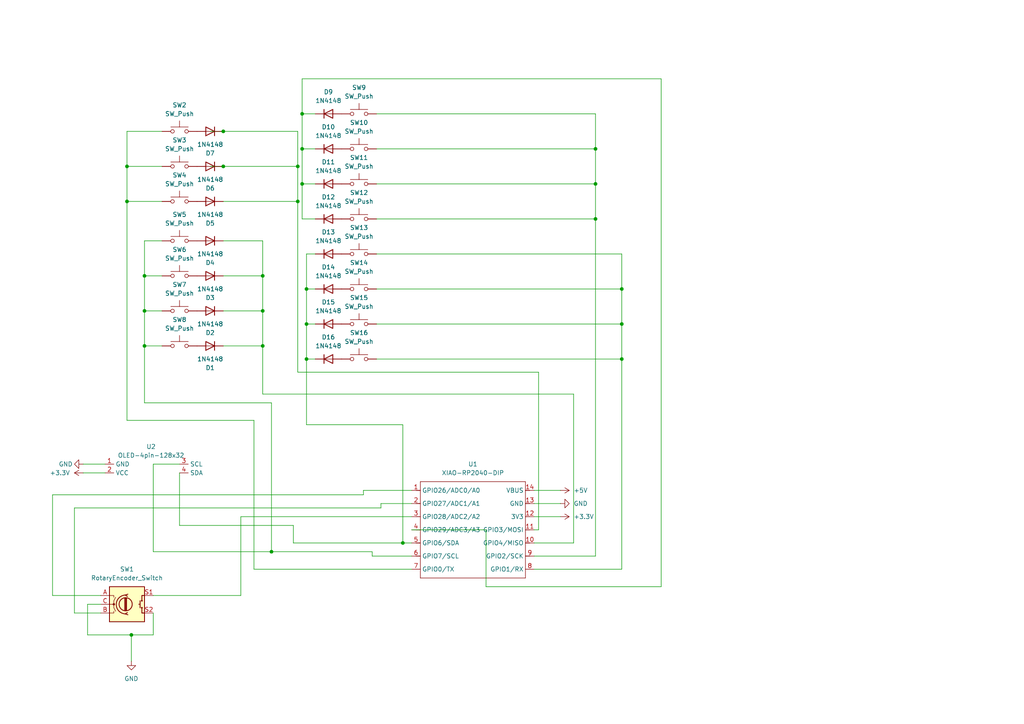
<source format=kicad_sch>
(kicad_sch
	(version 20250114)
	(generator "eeschema")
	(generator_version "9.0")
	(uuid "d2ecf294-32f3-4fba-877a-453f926b54bb")
	(paper "A4")
	(lib_symbols
		(symbol "Device:RotaryEncoder_Switch"
			(pin_names
				(offset 0.254)
				(hide yes)
			)
			(exclude_from_sim no)
			(in_bom yes)
			(on_board yes)
			(property "Reference" "SW"
				(at 0 6.604 0)
				(effects
					(font
						(size 1.27 1.27)
					)
				)
			)
			(property "Value" "RotaryEncoder_Switch"
				(at 0 -6.604 0)
				(effects
					(font
						(size 1.27 1.27)
					)
				)
			)
			(property "Footprint" ""
				(at -3.81 4.064 0)
				(effects
					(font
						(size 1.27 1.27)
					)
					(hide yes)
				)
			)
			(property "Datasheet" "~"
				(at 0 6.604 0)
				(effects
					(font
						(size 1.27 1.27)
					)
					(hide yes)
				)
			)
			(property "Description" "Rotary encoder, dual channel, incremental quadrate outputs, with switch"
				(at 0 0 0)
				(effects
					(font
						(size 1.27 1.27)
					)
					(hide yes)
				)
			)
			(property "ki_keywords" "rotary switch encoder switch push button"
				(at 0 0 0)
				(effects
					(font
						(size 1.27 1.27)
					)
					(hide yes)
				)
			)
			(property "ki_fp_filters" "RotaryEncoder*Switch*"
				(at 0 0 0)
				(effects
					(font
						(size 1.27 1.27)
					)
					(hide yes)
				)
			)
			(symbol "RotaryEncoder_Switch_0_1"
				(rectangle
					(start -5.08 5.08)
					(end 5.08 -5.08)
					(stroke
						(width 0.254)
						(type default)
					)
					(fill
						(type background)
					)
				)
				(polyline
					(pts
						(xy -5.08 2.54) (xy -3.81 2.54) (xy -3.81 2.032)
					)
					(stroke
						(width 0)
						(type default)
					)
					(fill
						(type none)
					)
				)
				(polyline
					(pts
						(xy -5.08 0) (xy -3.81 0) (xy -3.81 -1.016) (xy -3.302 -2.032)
					)
					(stroke
						(width 0)
						(type default)
					)
					(fill
						(type none)
					)
				)
				(polyline
					(pts
						(xy -5.08 -2.54) (xy -3.81 -2.54) (xy -3.81 -2.032)
					)
					(stroke
						(width 0)
						(type default)
					)
					(fill
						(type none)
					)
				)
				(polyline
					(pts
						(xy -4.318 0) (xy -3.81 0) (xy -3.81 1.016) (xy -3.302 2.032)
					)
					(stroke
						(width 0)
						(type default)
					)
					(fill
						(type none)
					)
				)
				(circle
					(center -3.81 0)
					(radius 0.254)
					(stroke
						(width 0)
						(type default)
					)
					(fill
						(type outline)
					)
				)
				(polyline
					(pts
						(xy -0.635 -1.778) (xy -0.635 1.778)
					)
					(stroke
						(width 0.254)
						(type default)
					)
					(fill
						(type none)
					)
				)
				(circle
					(center -0.381 0)
					(radius 1.905)
					(stroke
						(width 0.254)
						(type default)
					)
					(fill
						(type none)
					)
				)
				(polyline
					(pts
						(xy -0.381 -1.778) (xy -0.381 1.778)
					)
					(stroke
						(width 0.254)
						(type default)
					)
					(fill
						(type none)
					)
				)
				(arc
					(start -0.381 -2.794)
					(mid -3.0988 -0.0635)
					(end -0.381 2.667)
					(stroke
						(width 0.254)
						(type default)
					)
					(fill
						(type none)
					)
				)
				(polyline
					(pts
						(xy -0.127 1.778) (xy -0.127 -1.778)
					)
					(stroke
						(width 0.254)
						(type default)
					)
					(fill
						(type none)
					)
				)
				(polyline
					(pts
						(xy 0.254 2.921) (xy -0.508 2.667) (xy 0.127 2.286)
					)
					(stroke
						(width 0.254)
						(type default)
					)
					(fill
						(type none)
					)
				)
				(polyline
					(pts
						(xy 0.254 -3.048) (xy -0.508 -2.794) (xy 0.127 -2.413)
					)
					(stroke
						(width 0.254)
						(type default)
					)
					(fill
						(type none)
					)
				)
				(polyline
					(pts
						(xy 3.81 1.016) (xy 3.81 -1.016)
					)
					(stroke
						(width 0.254)
						(type default)
					)
					(fill
						(type none)
					)
				)
				(polyline
					(pts
						(xy 3.81 0) (xy 3.429 0)
					)
					(stroke
						(width 0.254)
						(type default)
					)
					(fill
						(type none)
					)
				)
				(circle
					(center 4.318 1.016)
					(radius 0.127)
					(stroke
						(width 0.254)
						(type default)
					)
					(fill
						(type none)
					)
				)
				(circle
					(center 4.318 -1.016)
					(radius 0.127)
					(stroke
						(width 0.254)
						(type default)
					)
					(fill
						(type none)
					)
				)
				(polyline
					(pts
						(xy 5.08 2.54) (xy 4.318 2.54) (xy 4.318 1.016)
					)
					(stroke
						(width 0.254)
						(type default)
					)
					(fill
						(type none)
					)
				)
				(polyline
					(pts
						(xy 5.08 -2.54) (xy 4.318 -2.54) (xy 4.318 -1.016)
					)
					(stroke
						(width 0.254)
						(type default)
					)
					(fill
						(type none)
					)
				)
			)
			(symbol "RotaryEncoder_Switch_1_1"
				(pin passive line
					(at -7.62 2.54 0)
					(length 2.54)
					(name "A"
						(effects
							(font
								(size 1.27 1.27)
							)
						)
					)
					(number "A"
						(effects
							(font
								(size 1.27 1.27)
							)
						)
					)
				)
				(pin passive line
					(at -7.62 0 0)
					(length 2.54)
					(name "C"
						(effects
							(font
								(size 1.27 1.27)
							)
						)
					)
					(number "C"
						(effects
							(font
								(size 1.27 1.27)
							)
						)
					)
				)
				(pin passive line
					(at -7.62 -2.54 0)
					(length 2.54)
					(name "B"
						(effects
							(font
								(size 1.27 1.27)
							)
						)
					)
					(number "B"
						(effects
							(font
								(size 1.27 1.27)
							)
						)
					)
				)
				(pin passive line
					(at 7.62 2.54 180)
					(length 2.54)
					(name "S1"
						(effects
							(font
								(size 1.27 1.27)
							)
						)
					)
					(number "S1"
						(effects
							(font
								(size 1.27 1.27)
							)
						)
					)
				)
				(pin passive line
					(at 7.62 -2.54 180)
					(length 2.54)
					(name "S2"
						(effects
							(font
								(size 1.27 1.27)
							)
						)
					)
					(number "S2"
						(effects
							(font
								(size 1.27 1.27)
							)
						)
					)
				)
			)
			(embedded_fonts no)
		)
		(symbol "Diode:1N4148"
			(pin_numbers
				(hide yes)
			)
			(pin_names
				(hide yes)
			)
			(exclude_from_sim no)
			(in_bom yes)
			(on_board yes)
			(property "Reference" "D"
				(at 0 2.54 0)
				(effects
					(font
						(size 1.27 1.27)
					)
				)
			)
			(property "Value" "1N4148"
				(at 0 -2.54 0)
				(effects
					(font
						(size 1.27 1.27)
					)
				)
			)
			(property "Footprint" "Diode_THT:D_DO-35_SOD27_P7.62mm_Horizontal"
				(at 0 0 0)
				(effects
					(font
						(size 1.27 1.27)
					)
					(hide yes)
				)
			)
			(property "Datasheet" "https://assets.nexperia.com/documents/data-sheet/1N4148_1N4448.pdf"
				(at 0 0 0)
				(effects
					(font
						(size 1.27 1.27)
					)
					(hide yes)
				)
			)
			(property "Description" "100V 0.15A standard switching diode, DO-35"
				(at 0 0 0)
				(effects
					(font
						(size 1.27 1.27)
					)
					(hide yes)
				)
			)
			(property "Sim.Device" "D"
				(at 0 0 0)
				(effects
					(font
						(size 1.27 1.27)
					)
					(hide yes)
				)
			)
			(property "Sim.Pins" "1=K 2=A"
				(at 0 0 0)
				(effects
					(font
						(size 1.27 1.27)
					)
					(hide yes)
				)
			)
			(property "ki_keywords" "diode"
				(at 0 0 0)
				(effects
					(font
						(size 1.27 1.27)
					)
					(hide yes)
				)
			)
			(property "ki_fp_filters" "D*DO?35*"
				(at 0 0 0)
				(effects
					(font
						(size 1.27 1.27)
					)
					(hide yes)
				)
			)
			(symbol "1N4148_0_1"
				(polyline
					(pts
						(xy -1.27 1.27) (xy -1.27 -1.27)
					)
					(stroke
						(width 0.254)
						(type default)
					)
					(fill
						(type none)
					)
				)
				(polyline
					(pts
						(xy 1.27 1.27) (xy 1.27 -1.27) (xy -1.27 0) (xy 1.27 1.27)
					)
					(stroke
						(width 0.254)
						(type default)
					)
					(fill
						(type none)
					)
				)
				(polyline
					(pts
						(xy 1.27 0) (xy -1.27 0)
					)
					(stroke
						(width 0)
						(type default)
					)
					(fill
						(type none)
					)
				)
			)
			(symbol "1N4148_1_1"
				(pin passive line
					(at -3.81 0 0)
					(length 2.54)
					(name "K"
						(effects
							(font
								(size 1.27 1.27)
							)
						)
					)
					(number "1"
						(effects
							(font
								(size 1.27 1.27)
							)
						)
					)
				)
				(pin passive line
					(at 3.81 0 180)
					(length 2.54)
					(name "A"
						(effects
							(font
								(size 1.27 1.27)
							)
						)
					)
					(number "2"
						(effects
							(font
								(size 1.27 1.27)
							)
						)
					)
				)
			)
			(embedded_fonts no)
		)
		(symbol "OLED:1306"
			(exclude_from_sim no)
			(in_bom yes)
			(on_board yes)
			(property "Reference" "U"
				(at -12.192 -5.08 0)
				(effects
					(font
						(size 1.27 1.27)
					)
				)
			)
			(property "Value" ""
				(at 0 0 0)
				(effects
					(font
						(size 1.27 1.27)
					)
				)
			)
			(property "Footprint" "OLED:SSD1306-0.91-OLED-4pin-128x32"
				(at -0.508 1.778 0)
				(effects
					(font
						(size 1.27 1.27)
					)
					(hide yes)
				)
			)
			(property "Datasheet" ""
				(at 0 0 0)
				(effects
					(font
						(size 1.27 1.27)
					)
					(hide yes)
				)
			)
			(property "Description" ""
				(at 0 0 0)
				(effects
					(font
						(size 1.27 1.27)
					)
					(hide yes)
				)
			)
			(symbol "1306_1_1"
				(pin input line
					(at -21.59 -7.62 0)
					(length 2.54)
					(name "GND"
						(effects
							(font
								(size 1.27 1.27)
							)
						)
					)
					(number "1"
						(effects
							(font
								(size 1.27 1.27)
							)
						)
					)
				)
				(pin input line
					(at -21.59 -10.16 0)
					(length 2.54)
					(name "VCC"
						(effects
							(font
								(size 1.27 1.27)
							)
						)
					)
					(number "2"
						(effects
							(font
								(size 1.27 1.27)
							)
						)
					)
				)
				(pin bidirectional line
					(at 0 -7.62 0)
					(length 2.54)
					(name "SCL"
						(effects
							(font
								(size 1.27 1.27)
							)
						)
					)
					(number "3"
						(effects
							(font
								(size 1.27 1.27)
							)
						)
					)
				)
				(pin bidirectional line
					(at 0 -10.16 0)
					(length 2.54)
					(name "SDA"
						(effects
							(font
								(size 1.27 1.27)
							)
						)
					)
					(number "4"
						(effects
							(font
								(size 1.27 1.27)
							)
						)
					)
				)
			)
			(embedded_fonts no)
		)
		(symbol "OPL:XIAO-RP2040-DIP"
			(exclude_from_sim no)
			(in_bom yes)
			(on_board yes)
			(property "Reference" "U"
				(at 0 0 0)
				(effects
					(font
						(size 1.27 1.27)
					)
				)
			)
			(property "Value" "XIAO-RP2040-DIP"
				(at 5.334 -1.778 0)
				(effects
					(font
						(size 1.27 1.27)
					)
				)
			)
			(property "Footprint" "Module:MOUDLE14P-XIAO-DIP-SMD"
				(at 14.478 -32.258 0)
				(effects
					(font
						(size 1.27 1.27)
					)
					(hide yes)
				)
			)
			(property "Datasheet" ""
				(at 0 0 0)
				(effects
					(font
						(size 1.27 1.27)
					)
					(hide yes)
				)
			)
			(property "Description" ""
				(at 0 0 0)
				(effects
					(font
						(size 1.27 1.27)
					)
					(hide yes)
				)
			)
			(symbol "XIAO-RP2040-DIP_1_0"
				(polyline
					(pts
						(xy -1.27 -2.54) (xy 29.21 -2.54)
					)
					(stroke
						(width 0.1524)
						(type solid)
					)
					(fill
						(type none)
					)
				)
				(polyline
					(pts
						(xy -1.27 -5.08) (xy -2.54 -5.08)
					)
					(stroke
						(width 0.1524)
						(type solid)
					)
					(fill
						(type none)
					)
				)
				(polyline
					(pts
						(xy -1.27 -5.08) (xy -1.27 -2.54)
					)
					(stroke
						(width 0.1524)
						(type solid)
					)
					(fill
						(type none)
					)
				)
				(polyline
					(pts
						(xy -1.27 -8.89) (xy -2.54 -8.89)
					)
					(stroke
						(width 0.1524)
						(type solid)
					)
					(fill
						(type none)
					)
				)
				(polyline
					(pts
						(xy -1.27 -8.89) (xy -1.27 -5.08)
					)
					(stroke
						(width 0.1524)
						(type solid)
					)
					(fill
						(type none)
					)
				)
				(polyline
					(pts
						(xy -1.27 -12.7) (xy -2.54 -12.7)
					)
					(stroke
						(width 0.1524)
						(type solid)
					)
					(fill
						(type none)
					)
				)
				(polyline
					(pts
						(xy -1.27 -12.7) (xy -1.27 -8.89)
					)
					(stroke
						(width 0.1524)
						(type solid)
					)
					(fill
						(type none)
					)
				)
				(polyline
					(pts
						(xy -1.27 -16.51) (xy -2.54 -16.51)
					)
					(stroke
						(width 0.1524)
						(type solid)
					)
					(fill
						(type none)
					)
				)
				(polyline
					(pts
						(xy -1.27 -16.51) (xy -1.27 -12.7)
					)
					(stroke
						(width 0.1524)
						(type solid)
					)
					(fill
						(type none)
					)
				)
				(polyline
					(pts
						(xy -1.27 -20.32) (xy -2.54 -20.32)
					)
					(stroke
						(width 0.1524)
						(type solid)
					)
					(fill
						(type none)
					)
				)
				(polyline
					(pts
						(xy -1.27 -24.13) (xy -2.54 -24.13)
					)
					(stroke
						(width 0.1524)
						(type solid)
					)
					(fill
						(type none)
					)
				)
				(polyline
					(pts
						(xy -1.27 -27.94) (xy -2.54 -27.94)
					)
					(stroke
						(width 0.1524)
						(type solid)
					)
					(fill
						(type none)
					)
				)
				(polyline
					(pts
						(xy -1.27 -30.48) (xy -1.27 -16.51)
					)
					(stroke
						(width 0.1524)
						(type solid)
					)
					(fill
						(type none)
					)
				)
				(polyline
					(pts
						(xy 29.21 -2.54) (xy 29.21 -5.08)
					)
					(stroke
						(width 0.1524)
						(type solid)
					)
					(fill
						(type none)
					)
				)
				(polyline
					(pts
						(xy 29.21 -5.08) (xy 29.21 -8.89)
					)
					(stroke
						(width 0.1524)
						(type solid)
					)
					(fill
						(type none)
					)
				)
				(polyline
					(pts
						(xy 29.21 -8.89) (xy 29.21 -12.7)
					)
					(stroke
						(width 0.1524)
						(type solid)
					)
					(fill
						(type none)
					)
				)
				(polyline
					(pts
						(xy 29.21 -12.7) (xy 29.21 -30.48)
					)
					(stroke
						(width 0.1524)
						(type solid)
					)
					(fill
						(type none)
					)
				)
				(polyline
					(pts
						(xy 29.21 -30.48) (xy -1.27 -30.48)
					)
					(stroke
						(width 0.1524)
						(type solid)
					)
					(fill
						(type none)
					)
				)
				(polyline
					(pts
						(xy 30.48 -5.08) (xy 29.21 -5.08)
					)
					(stroke
						(width 0.1524)
						(type solid)
					)
					(fill
						(type none)
					)
				)
				(polyline
					(pts
						(xy 30.48 -8.89) (xy 29.21 -8.89)
					)
					(stroke
						(width 0.1524)
						(type solid)
					)
					(fill
						(type none)
					)
				)
				(polyline
					(pts
						(xy 30.48 -12.7) (xy 29.21 -12.7)
					)
					(stroke
						(width 0.1524)
						(type solid)
					)
					(fill
						(type none)
					)
				)
				(polyline
					(pts
						(xy 30.48 -16.51) (xy 29.21 -16.51)
					)
					(stroke
						(width 0.1524)
						(type solid)
					)
					(fill
						(type none)
					)
				)
				(polyline
					(pts
						(xy 30.48 -20.32) (xy 29.21 -20.32)
					)
					(stroke
						(width 0.1524)
						(type solid)
					)
					(fill
						(type none)
					)
				)
				(polyline
					(pts
						(xy 30.48 -24.13) (xy 29.21 -24.13)
					)
					(stroke
						(width 0.1524)
						(type solid)
					)
					(fill
						(type none)
					)
				)
				(polyline
					(pts
						(xy 30.48 -27.94) (xy 29.21 -27.94)
					)
					(stroke
						(width 0.1524)
						(type solid)
					)
					(fill
						(type none)
					)
				)
				(pin passive line
					(at -3.81 -5.08 0)
					(length 2.54)
					(name "GPIO26/ADC0/A0"
						(effects
							(font
								(size 1.27 1.27)
							)
						)
					)
					(number "1"
						(effects
							(font
								(size 1.27 1.27)
							)
						)
					)
				)
				(pin passive line
					(at -3.81 -8.89 0)
					(length 2.54)
					(name "GPIO27/ADC1/A1"
						(effects
							(font
								(size 1.27 1.27)
							)
						)
					)
					(number "2"
						(effects
							(font
								(size 1.27 1.27)
							)
						)
					)
				)
				(pin passive line
					(at -3.81 -12.7 0)
					(length 2.54)
					(name "GPIO28/ADC2/A2"
						(effects
							(font
								(size 1.27 1.27)
							)
						)
					)
					(number "3"
						(effects
							(font
								(size 1.27 1.27)
							)
						)
					)
				)
				(pin passive line
					(at -3.81 -16.51 0)
					(length 2.54)
					(name "GPIO29/ADC3/A3"
						(effects
							(font
								(size 1.27 1.27)
							)
						)
					)
					(number "4"
						(effects
							(font
								(size 1.27 1.27)
							)
						)
					)
				)
				(pin passive line
					(at -3.81 -20.32 0)
					(length 2.54)
					(name "GPIO6/SDA"
						(effects
							(font
								(size 1.27 1.27)
							)
						)
					)
					(number "5"
						(effects
							(font
								(size 1.27 1.27)
							)
						)
					)
				)
				(pin passive line
					(at -3.81 -24.13 0)
					(length 2.54)
					(name "GPIO7/SCL"
						(effects
							(font
								(size 1.27 1.27)
							)
						)
					)
					(number "6"
						(effects
							(font
								(size 1.27 1.27)
							)
						)
					)
				)
				(pin passive line
					(at -3.81 -27.94 0)
					(length 2.54)
					(name "GPIO0/TX"
						(effects
							(font
								(size 1.27 1.27)
							)
						)
					)
					(number "7"
						(effects
							(font
								(size 1.27 1.27)
							)
						)
					)
				)
				(pin passive line
					(at 31.75 -5.08 180)
					(length 2.54)
					(name "VBUS"
						(effects
							(font
								(size 1.27 1.27)
							)
						)
					)
					(number "14"
						(effects
							(font
								(size 1.27 1.27)
							)
						)
					)
				)
				(pin passive line
					(at 31.75 -8.89 180)
					(length 2.54)
					(name "GND"
						(effects
							(font
								(size 1.27 1.27)
							)
						)
					)
					(number "13"
						(effects
							(font
								(size 1.27 1.27)
							)
						)
					)
				)
				(pin passive line
					(at 31.75 -12.7 180)
					(length 2.54)
					(name "3V3"
						(effects
							(font
								(size 1.27 1.27)
							)
						)
					)
					(number "12"
						(effects
							(font
								(size 1.27 1.27)
							)
						)
					)
				)
				(pin passive line
					(at 31.75 -16.51 180)
					(length 2.54)
					(name "GPIO3/MOSI"
						(effects
							(font
								(size 1.27 1.27)
							)
						)
					)
					(number "11"
						(effects
							(font
								(size 1.27 1.27)
							)
						)
					)
				)
				(pin passive line
					(at 31.75 -20.32 180)
					(length 2.54)
					(name "GPIO4/MISO"
						(effects
							(font
								(size 1.27 1.27)
							)
						)
					)
					(number "10"
						(effects
							(font
								(size 1.27 1.27)
							)
						)
					)
				)
				(pin passive line
					(at 31.75 -24.13 180)
					(length 2.54)
					(name "GPIO2/SCK"
						(effects
							(font
								(size 1.27 1.27)
							)
						)
					)
					(number "9"
						(effects
							(font
								(size 1.27 1.27)
							)
						)
					)
				)
				(pin passive line
					(at 31.75 -27.94 180)
					(length 2.54)
					(name "GPIO1/RX"
						(effects
							(font
								(size 1.27 1.27)
							)
						)
					)
					(number "8"
						(effects
							(font
								(size 1.27 1.27)
							)
						)
					)
				)
			)
			(embedded_fonts no)
		)
		(symbol "Switch:SW_Push"
			(pin_numbers
				(hide yes)
			)
			(pin_names
				(offset 1.016)
				(hide yes)
			)
			(exclude_from_sim no)
			(in_bom yes)
			(on_board yes)
			(property "Reference" "SW"
				(at 1.27 2.54 0)
				(effects
					(font
						(size 1.27 1.27)
					)
					(justify left)
				)
			)
			(property "Value" "SW_Push"
				(at 0 -1.524 0)
				(effects
					(font
						(size 1.27 1.27)
					)
				)
			)
			(property "Footprint" ""
				(at 0 5.08 0)
				(effects
					(font
						(size 1.27 1.27)
					)
					(hide yes)
				)
			)
			(property "Datasheet" "~"
				(at 0 5.08 0)
				(effects
					(font
						(size 1.27 1.27)
					)
					(hide yes)
				)
			)
			(property "Description" "Push button switch, generic, two pins"
				(at 0 0 0)
				(effects
					(font
						(size 1.27 1.27)
					)
					(hide yes)
				)
			)
			(property "ki_keywords" "switch normally-open pushbutton push-button"
				(at 0 0 0)
				(effects
					(font
						(size 1.27 1.27)
					)
					(hide yes)
				)
			)
			(symbol "SW_Push_0_1"
				(circle
					(center -2.032 0)
					(radius 0.508)
					(stroke
						(width 0)
						(type default)
					)
					(fill
						(type none)
					)
				)
				(polyline
					(pts
						(xy 0 1.27) (xy 0 3.048)
					)
					(stroke
						(width 0)
						(type default)
					)
					(fill
						(type none)
					)
				)
				(circle
					(center 2.032 0)
					(radius 0.508)
					(stroke
						(width 0)
						(type default)
					)
					(fill
						(type none)
					)
				)
				(polyline
					(pts
						(xy 2.54 1.27) (xy -2.54 1.27)
					)
					(stroke
						(width 0)
						(type default)
					)
					(fill
						(type none)
					)
				)
				(pin passive line
					(at -5.08 0 0)
					(length 2.54)
					(name "1"
						(effects
							(font
								(size 1.27 1.27)
							)
						)
					)
					(number "1"
						(effects
							(font
								(size 1.27 1.27)
							)
						)
					)
				)
				(pin passive line
					(at 5.08 0 180)
					(length 2.54)
					(name "2"
						(effects
							(font
								(size 1.27 1.27)
							)
						)
					)
					(number "2"
						(effects
							(font
								(size 1.27 1.27)
							)
						)
					)
				)
			)
			(embedded_fonts no)
		)
		(symbol "power:+3.3V"
			(power)
			(pin_numbers
				(hide yes)
			)
			(pin_names
				(offset 0)
				(hide yes)
			)
			(exclude_from_sim no)
			(in_bom yes)
			(on_board yes)
			(property "Reference" "#PWR"
				(at 0 -3.81 0)
				(effects
					(font
						(size 1.27 1.27)
					)
					(hide yes)
				)
			)
			(property "Value" "+3.3V"
				(at 0 3.556 0)
				(effects
					(font
						(size 1.27 1.27)
					)
				)
			)
			(property "Footprint" ""
				(at 0 0 0)
				(effects
					(font
						(size 1.27 1.27)
					)
					(hide yes)
				)
			)
			(property "Datasheet" ""
				(at 0 0 0)
				(effects
					(font
						(size 1.27 1.27)
					)
					(hide yes)
				)
			)
			(property "Description" "Power symbol creates a global label with name \"+3.3V\""
				(at 0 0 0)
				(effects
					(font
						(size 1.27 1.27)
					)
					(hide yes)
				)
			)
			(property "ki_keywords" "global power"
				(at 0 0 0)
				(effects
					(font
						(size 1.27 1.27)
					)
					(hide yes)
				)
			)
			(symbol "+3.3V_0_1"
				(polyline
					(pts
						(xy -0.762 1.27) (xy 0 2.54)
					)
					(stroke
						(width 0)
						(type default)
					)
					(fill
						(type none)
					)
				)
				(polyline
					(pts
						(xy 0 2.54) (xy 0.762 1.27)
					)
					(stroke
						(width 0)
						(type default)
					)
					(fill
						(type none)
					)
				)
				(polyline
					(pts
						(xy 0 0) (xy 0 2.54)
					)
					(stroke
						(width 0)
						(type default)
					)
					(fill
						(type none)
					)
				)
			)
			(symbol "+3.3V_1_1"
				(pin power_in line
					(at 0 0 90)
					(length 0)
					(name "~"
						(effects
							(font
								(size 1.27 1.27)
							)
						)
					)
					(number "1"
						(effects
							(font
								(size 1.27 1.27)
							)
						)
					)
				)
			)
			(embedded_fonts no)
		)
		(symbol "power:+5V"
			(power)
			(pin_numbers
				(hide yes)
			)
			(pin_names
				(offset 0)
				(hide yes)
			)
			(exclude_from_sim no)
			(in_bom yes)
			(on_board yes)
			(property "Reference" "#PWR"
				(at 0 -3.81 0)
				(effects
					(font
						(size 1.27 1.27)
					)
					(hide yes)
				)
			)
			(property "Value" "+5V"
				(at 0 3.556 0)
				(effects
					(font
						(size 1.27 1.27)
					)
				)
			)
			(property "Footprint" ""
				(at 0 0 0)
				(effects
					(font
						(size 1.27 1.27)
					)
					(hide yes)
				)
			)
			(property "Datasheet" ""
				(at 0 0 0)
				(effects
					(font
						(size 1.27 1.27)
					)
					(hide yes)
				)
			)
			(property "Description" "Power symbol creates a global label with name \"+5V\""
				(at 0 0 0)
				(effects
					(font
						(size 1.27 1.27)
					)
					(hide yes)
				)
			)
			(property "ki_keywords" "global power"
				(at 0 0 0)
				(effects
					(font
						(size 1.27 1.27)
					)
					(hide yes)
				)
			)
			(symbol "+5V_0_1"
				(polyline
					(pts
						(xy -0.762 1.27) (xy 0 2.54)
					)
					(stroke
						(width 0)
						(type default)
					)
					(fill
						(type none)
					)
				)
				(polyline
					(pts
						(xy 0 2.54) (xy 0.762 1.27)
					)
					(stroke
						(width 0)
						(type default)
					)
					(fill
						(type none)
					)
				)
				(polyline
					(pts
						(xy 0 0) (xy 0 2.54)
					)
					(stroke
						(width 0)
						(type default)
					)
					(fill
						(type none)
					)
				)
			)
			(symbol "+5V_1_1"
				(pin power_in line
					(at 0 0 90)
					(length 0)
					(name "~"
						(effects
							(font
								(size 1.27 1.27)
							)
						)
					)
					(number "1"
						(effects
							(font
								(size 1.27 1.27)
							)
						)
					)
				)
			)
			(embedded_fonts no)
		)
		(symbol "power:GND"
			(power)
			(pin_numbers
				(hide yes)
			)
			(pin_names
				(offset 0)
				(hide yes)
			)
			(exclude_from_sim no)
			(in_bom yes)
			(on_board yes)
			(property "Reference" "#PWR"
				(at 0 -6.35 0)
				(effects
					(font
						(size 1.27 1.27)
					)
					(hide yes)
				)
			)
			(property "Value" "GND"
				(at 0 -3.81 0)
				(effects
					(font
						(size 1.27 1.27)
					)
				)
			)
			(property "Footprint" ""
				(at 0 0 0)
				(effects
					(font
						(size 1.27 1.27)
					)
					(hide yes)
				)
			)
			(property "Datasheet" ""
				(at 0 0 0)
				(effects
					(font
						(size 1.27 1.27)
					)
					(hide yes)
				)
			)
			(property "Description" "Power symbol creates a global label with name \"GND\" , ground"
				(at 0 0 0)
				(effects
					(font
						(size 1.27 1.27)
					)
					(hide yes)
				)
			)
			(property "ki_keywords" "global power"
				(at 0 0 0)
				(effects
					(font
						(size 1.27 1.27)
					)
					(hide yes)
				)
			)
			(symbol "GND_0_1"
				(polyline
					(pts
						(xy 0 0) (xy 0 -1.27) (xy 1.27 -1.27) (xy 0 -2.54) (xy -1.27 -1.27) (xy 0 -1.27)
					)
					(stroke
						(width 0)
						(type default)
					)
					(fill
						(type none)
					)
				)
			)
			(symbol "GND_1_1"
				(pin power_in line
					(at 0 0 270)
					(length 0)
					(name "~"
						(effects
							(font
								(size 1.27 1.27)
							)
						)
					)
					(number "1"
						(effects
							(font
								(size 1.27 1.27)
							)
						)
					)
				)
			)
			(embedded_fonts no)
		)
	)
	(junction
		(at 64.77 48.26)
		(diameter 0)
		(color 0 0 0 0)
		(uuid "1519c604-3e8d-4df3-b4c1-8c202a25a854")
	)
	(junction
		(at 41.91 90.17)
		(diameter 0)
		(color 0 0 0 0)
		(uuid "15a3da0f-1396-4403-b7b4-45fd6d94e0d4")
	)
	(junction
		(at 36.83 58.42)
		(diameter 0)
		(color 0 0 0 0)
		(uuid "1b4c72bf-88df-445f-bee9-9803d7d59b4b")
	)
	(junction
		(at 88.9 93.98)
		(diameter 0)
		(color 0 0 0 0)
		(uuid "2d6bd230-46be-4deb-bc5c-a184605cffd6")
	)
	(junction
		(at 41.91 100.33)
		(diameter 0)
		(color 0 0 0 0)
		(uuid "39500ccc-516b-4bf4-9e22-6d04ea32d9e6")
	)
	(junction
		(at 180.34 93.98)
		(diameter 0)
		(color 0 0 0 0)
		(uuid "4a87ee1e-8440-417b-aea3-b342c93519ea")
	)
	(junction
		(at 36.83 48.26)
		(diameter 0)
		(color 0 0 0 0)
		(uuid "4c29b560-694c-48b1-911a-82d552af184d")
	)
	(junction
		(at 64.77 38.1)
		(diameter 0)
		(color 0 0 0 0)
		(uuid "5491f9f2-11b7-4036-90e7-4f6212a9a675")
	)
	(junction
		(at 88.9 104.14)
		(diameter 0)
		(color 0 0 0 0)
		(uuid "589c6bfc-dfec-4918-962f-b1befa0ed2cf")
	)
	(junction
		(at 172.72 63.5)
		(diameter 0)
		(color 0 0 0 0)
		(uuid "591c4aae-3113-45db-acd7-e13bcece6401")
	)
	(junction
		(at 87.63 53.34)
		(diameter 0)
		(color 0 0 0 0)
		(uuid "5e7500bf-a662-433b-90a9-ce145c4a21e1")
	)
	(junction
		(at 86.36 48.26)
		(diameter 0)
		(color 0 0 0 0)
		(uuid "6f599f9c-c791-4316-8755-76d01eccce35")
	)
	(junction
		(at 76.2 80.01)
		(diameter 0)
		(color 0 0 0 0)
		(uuid "79dc3bb5-c0a1-4b90-b086-444f637683dc")
	)
	(junction
		(at 76.2 100.33)
		(diameter 0)
		(color 0 0 0 0)
		(uuid "7b4aca27-1d5a-41e0-93e2-14636cb7ba17")
	)
	(junction
		(at 88.9 83.82)
		(diameter 0)
		(color 0 0 0 0)
		(uuid "82d9882a-7aa6-4b21-817b-24e44ab0cee4")
	)
	(junction
		(at 180.34 83.82)
		(diameter 0)
		(color 0 0 0 0)
		(uuid "85ad0fa6-5b3a-4556-bc5e-55d3f44900d0")
	)
	(junction
		(at 78.74 160.02)
		(diameter 0)
		(color 0 0 0 0)
		(uuid "864396e1-cad3-408b-9309-d332382c4ea9")
	)
	(junction
		(at 86.36 58.42)
		(diameter 0)
		(color 0 0 0 0)
		(uuid "91d5e12e-e1a2-44e0-ae0a-b0301abc3c29")
	)
	(junction
		(at 38.1 184.15)
		(diameter 0)
		(color 0 0 0 0)
		(uuid "9fae44c4-1928-4366-b294-279a0653ef14")
	)
	(junction
		(at 87.63 43.18)
		(diameter 0)
		(color 0 0 0 0)
		(uuid "a5ea6378-60b9-427d-987b-6b8fac46e73a")
	)
	(junction
		(at 87.63 33.02)
		(diameter 0)
		(color 0 0 0 0)
		(uuid "be88d312-4b18-4712-bc07-9a4b0cac1fc5")
	)
	(junction
		(at 180.34 104.14)
		(diameter 0)
		(color 0 0 0 0)
		(uuid "c5418035-5aa3-494a-9c7d-6f904b36df4b")
	)
	(junction
		(at 41.91 80.01)
		(diameter 0)
		(color 0 0 0 0)
		(uuid "c679aae7-668f-4aaf-9ffd-38df1006b2fb")
	)
	(junction
		(at 172.72 53.34)
		(diameter 0)
		(color 0 0 0 0)
		(uuid "c77de3f8-7b27-4fed-b1ca-e82197d1931c")
	)
	(junction
		(at 116.84 157.48)
		(diameter 0)
		(color 0 0 0 0)
		(uuid "ca3e21d4-dfc9-44ab-a7a5-0ceec27374bf")
	)
	(junction
		(at 172.72 43.18)
		(diameter 0)
		(color 0 0 0 0)
		(uuid "cd48e00c-dc5f-4c45-ad42-5dd32454ecaa")
	)
	(junction
		(at 76.2 90.17)
		(diameter 0)
		(color 0 0 0 0)
		(uuid "e70cdb02-7f51-4092-bb01-3324fa77490f")
	)
	(wire
		(pts
			(xy 180.34 93.98) (xy 180.34 104.14)
		)
		(stroke
			(width 0)
			(type default)
		)
		(uuid "05c5ea14-2c4e-4f2b-80f0-ffd728889e0b")
	)
	(wire
		(pts
			(xy 76.2 114.3) (xy 76.2 100.33)
		)
		(stroke
			(width 0)
			(type default)
		)
		(uuid "06bf0b62-f2fe-4024-860a-8be4cdaef447")
	)
	(wire
		(pts
			(xy 64.77 58.42) (xy 86.36 58.42)
		)
		(stroke
			(width 0)
			(type default)
		)
		(uuid "06d9cb0f-e7e0-443e-a111-5b91d7572952")
	)
	(wire
		(pts
			(xy 29.21 175.26) (xy 25.4 175.26)
		)
		(stroke
			(width 0)
			(type default)
		)
		(uuid "06ee3ab8-cb40-4c91-9a33-6a3f256889f0")
	)
	(wire
		(pts
			(xy 86.36 48.26) (xy 86.36 38.1)
		)
		(stroke
			(width 0)
			(type default)
		)
		(uuid "077ef791-b2d0-4331-b27c-8bb2e13cc7c3")
	)
	(wire
		(pts
			(xy 64.77 48.26) (xy 86.36 48.26)
		)
		(stroke
			(width 0)
			(type default)
		)
		(uuid "0d9d102f-4ada-4f8a-b5ff-2a14554fca16")
	)
	(wire
		(pts
			(xy 87.63 33.02) (xy 87.63 43.18)
		)
		(stroke
			(width 0)
			(type default)
		)
		(uuid "14b03af2-0169-475e-ba85-1656595a3efa")
	)
	(wire
		(pts
			(xy 86.36 107.95) (xy 86.36 58.42)
		)
		(stroke
			(width 0)
			(type default)
		)
		(uuid "16ef6265-8055-4008-9e87-bc41907beddd")
	)
	(wire
		(pts
			(xy 105.41 142.24) (xy 119.38 142.24)
		)
		(stroke
			(width 0)
			(type default)
		)
		(uuid "17ede634-efe4-4f10-a38a-3a02381ef2f6")
	)
	(wire
		(pts
			(xy 107.95 160.02) (xy 107.95 161.29)
		)
		(stroke
			(width 0)
			(type default)
		)
		(uuid "1d998a3c-1dd8-4aa9-bf39-05fae578ef9c")
	)
	(wire
		(pts
			(xy 116.84 157.48) (xy 119.38 157.48)
		)
		(stroke
			(width 0)
			(type default)
		)
		(uuid "1dd46743-b269-4585-8b69-41091c708f54")
	)
	(wire
		(pts
			(xy 88.9 104.14) (xy 91.44 104.14)
		)
		(stroke
			(width 0)
			(type default)
		)
		(uuid "1f51b456-cc92-46b1-8e24-d107379d3fca")
	)
	(wire
		(pts
			(xy 25.4 175.26) (xy 25.4 184.15)
		)
		(stroke
			(width 0)
			(type default)
		)
		(uuid "2028fc34-058e-466f-943f-ae099ea2a0db")
	)
	(wire
		(pts
			(xy 44.45 160.02) (xy 78.74 160.02)
		)
		(stroke
			(width 0)
			(type default)
		)
		(uuid "21d8ea96-ab98-4989-82cc-11cff6cc639b")
	)
	(wire
		(pts
			(xy 172.72 161.29) (xy 154.94 161.29)
		)
		(stroke
			(width 0)
			(type default)
		)
		(uuid "2c69d7d8-0f6b-48ef-85b4-cd4c68f91190")
	)
	(wire
		(pts
			(xy 119.38 165.1) (xy 73.66 165.1)
		)
		(stroke
			(width 0)
			(type default)
		)
		(uuid "2e05cfef-e5c0-4134-bd05-44c4c13c5bae")
	)
	(wire
		(pts
			(xy 73.66 121.92) (xy 36.83 121.92)
		)
		(stroke
			(width 0)
			(type default)
		)
		(uuid "309bb74a-7b9b-4e07-98e6-fb2618361c0a")
	)
	(wire
		(pts
			(xy 44.45 177.8) (xy 44.45 184.15)
		)
		(stroke
			(width 0)
			(type default)
		)
		(uuid "31529b6d-8620-421e-b6b0-5cb0e83cb5ee")
	)
	(wire
		(pts
			(xy 191.77 170.18) (xy 191.77 22.86)
		)
		(stroke
			(width 0)
			(type default)
		)
		(uuid "31c9d936-7c52-46b7-bbf7-4b6e325ceb54")
	)
	(wire
		(pts
			(xy 24.13 137.16) (xy 30.48 137.16)
		)
		(stroke
			(width 0)
			(type default)
		)
		(uuid "3475e124-9a37-4ec8-b5db-2ca6f9e5ae71")
	)
	(wire
		(pts
			(xy 87.63 22.86) (xy 191.77 22.86)
		)
		(stroke
			(width 0)
			(type default)
		)
		(uuid "385f75d2-9301-49e2-a916-9534e946f8f7")
	)
	(wire
		(pts
			(xy 76.2 90.17) (xy 76.2 80.01)
		)
		(stroke
			(width 0)
			(type default)
		)
		(uuid "390176c0-85cf-4354-b9cb-359c9ad653f4")
	)
	(wire
		(pts
			(xy 172.72 33.02) (xy 109.22 33.02)
		)
		(stroke
			(width 0)
			(type default)
		)
		(uuid "43ecf5a7-5097-43f4-b900-10aac2359514")
	)
	(wire
		(pts
			(xy 21.59 147.32) (xy 110.49 147.32)
		)
		(stroke
			(width 0)
			(type default)
		)
		(uuid "462c4cc6-5a62-422b-9fc2-3533974f9a80")
	)
	(wire
		(pts
			(xy 44.45 134.62) (xy 44.45 160.02)
		)
		(stroke
			(width 0)
			(type default)
		)
		(uuid "46f54ca6-04e3-4f96-9314-420f9d07cc2a")
	)
	(wire
		(pts
			(xy 69.85 149.86) (xy 119.38 149.86)
		)
		(stroke
			(width 0)
			(type default)
		)
		(uuid "4b5e91a6-e3a3-4643-ae23-053578810cb4")
	)
	(wire
		(pts
			(xy 64.77 100.33) (xy 76.2 100.33)
		)
		(stroke
			(width 0)
			(type default)
		)
		(uuid "4c3b5909-c607-4bd3-9cd6-da1eed89bead")
	)
	(wire
		(pts
			(xy 41.91 90.17) (xy 41.91 80.01)
		)
		(stroke
			(width 0)
			(type default)
		)
		(uuid "4c64a51e-8778-44f5-a536-1fff7dd507af")
	)
	(wire
		(pts
			(xy 76.2 80.01) (xy 76.2 69.85)
		)
		(stroke
			(width 0)
			(type default)
		)
		(uuid "516982fe-53fe-4892-bd8d-4790112f5efa")
	)
	(wire
		(pts
			(xy 41.91 90.17) (xy 46.99 90.17)
		)
		(stroke
			(width 0)
			(type default)
		)
		(uuid "52fe505a-f350-45bc-a74d-145c3da24654")
	)
	(wire
		(pts
			(xy 85.09 157.48) (xy 116.84 157.48)
		)
		(stroke
			(width 0)
			(type default)
		)
		(uuid "538cfa79-ffee-4304-bb8d-0bd4829cbea2")
	)
	(wire
		(pts
			(xy 78.74 160.02) (xy 107.95 160.02)
		)
		(stroke
			(width 0)
			(type default)
		)
		(uuid "568d4c77-710b-4c9c-8461-9865de306524")
	)
	(wire
		(pts
			(xy 41.91 116.84) (xy 41.91 100.33)
		)
		(stroke
			(width 0)
			(type default)
		)
		(uuid "57563cc0-83b7-4b95-a68b-feac102109b0")
	)
	(wire
		(pts
			(xy 15.24 143.51) (xy 105.41 143.51)
		)
		(stroke
			(width 0)
			(type default)
		)
		(uuid "576c9a63-c4b1-4e58-b17e-a4029b1dafd2")
	)
	(wire
		(pts
			(xy 140.97 153.67) (xy 140.97 170.18)
		)
		(stroke
			(width 0)
			(type default)
		)
		(uuid "59318bc2-d3f2-4ddb-9891-2811b1db72ba")
	)
	(wire
		(pts
			(xy 88.9 73.66) (xy 88.9 83.82)
		)
		(stroke
			(width 0)
			(type default)
		)
		(uuid "5bbdc223-d88c-4c56-b9c7-60fe45a244ca")
	)
	(wire
		(pts
			(xy 140.97 170.18) (xy 191.77 170.18)
		)
		(stroke
			(width 0)
			(type default)
		)
		(uuid "60982cfc-34cd-4efc-83be-1d12ca021f8b")
	)
	(wire
		(pts
			(xy 15.24 172.72) (xy 15.24 143.51)
		)
		(stroke
			(width 0)
			(type default)
		)
		(uuid "61516cd6-8ff2-4f4d-b0b5-39b4ffe988cd")
	)
	(wire
		(pts
			(xy 29.21 177.8) (xy 21.59 177.8)
		)
		(stroke
			(width 0)
			(type default)
		)
		(uuid "67d118e4-cf37-4765-9367-8a770a689726")
	)
	(wire
		(pts
			(xy 64.77 90.17) (xy 76.2 90.17)
		)
		(stroke
			(width 0)
			(type default)
		)
		(uuid "6b5ac259-afdd-48b1-9108-ba2e14bb5957")
	)
	(wire
		(pts
			(xy 85.09 152.4) (xy 52.07 152.4)
		)
		(stroke
			(width 0)
			(type default)
		)
		(uuid "703d71c9-5124-432c-b501-a9ded407e50b")
	)
	(wire
		(pts
			(xy 41.91 100.33) (xy 46.99 100.33)
		)
		(stroke
			(width 0)
			(type default)
		)
		(uuid "72aa6479-41e2-4d87-bee1-28dbc17d9227")
	)
	(wire
		(pts
			(xy 36.83 38.1) (xy 46.99 38.1)
		)
		(stroke
			(width 0)
			(type default)
		)
		(uuid "75a04dad-ca96-4b52-a45f-c76aa0946d31")
	)
	(wire
		(pts
			(xy 172.72 43.18) (xy 172.72 33.02)
		)
		(stroke
			(width 0)
			(type default)
		)
		(uuid "76fe1c33-6541-4d2f-823d-3162b76ee765")
	)
	(wire
		(pts
			(xy 87.63 22.86) (xy 87.63 33.02)
		)
		(stroke
			(width 0)
			(type default)
		)
		(uuid "772fe565-10a1-4faf-8a2a-e4e791e362d2")
	)
	(wire
		(pts
			(xy 105.41 143.51) (xy 105.41 142.24)
		)
		(stroke
			(width 0)
			(type default)
		)
		(uuid "78ac475a-8587-4ac9-993a-99d5dec5d085")
	)
	(wire
		(pts
			(xy 41.91 80.01) (xy 41.91 69.85)
		)
		(stroke
			(width 0)
			(type default)
		)
		(uuid "7b32823a-b816-4f4b-8b66-3d0aa909f1be")
	)
	(wire
		(pts
			(xy 172.72 63.5) (xy 172.72 161.29)
		)
		(stroke
			(width 0)
			(type default)
		)
		(uuid "7b4d370c-4f18-4230-9860-85e791cec419")
	)
	(wire
		(pts
			(xy 41.91 100.33) (xy 41.91 90.17)
		)
		(stroke
			(width 0)
			(type default)
		)
		(uuid "7d58e695-305d-4cd5-89c3-d7b7876c53cf")
	)
	(wire
		(pts
			(xy 87.63 53.34) (xy 87.63 63.5)
		)
		(stroke
			(width 0)
			(type default)
		)
		(uuid "82c42e39-19ff-4b4c-b3e1-cc5b129de175")
	)
	(wire
		(pts
			(xy 78.74 160.02) (xy 78.74 116.84)
		)
		(stroke
			(width 0)
			(type default)
		)
		(uuid "85929382-aa90-4aa7-a662-2ae391a1dc9a")
	)
	(wire
		(pts
			(xy 162.56 149.86) (xy 154.94 149.86)
		)
		(stroke
			(width 0)
			(type default)
		)
		(uuid "86d29d4e-8e55-433e-90f1-3eae60c0ffb0")
	)
	(wire
		(pts
			(xy 154.94 165.1) (xy 180.34 165.1)
		)
		(stroke
			(width 0)
			(type default)
		)
		(uuid "87e102a7-6bb9-455d-984b-d55dd9f32ad2")
	)
	(wire
		(pts
			(xy 172.72 43.18) (xy 172.72 53.34)
		)
		(stroke
			(width 0)
			(type default)
		)
		(uuid "8802b2c2-15ea-4462-86ec-ebc9a359dd2a")
	)
	(wire
		(pts
			(xy 87.63 33.02) (xy 91.44 33.02)
		)
		(stroke
			(width 0)
			(type default)
		)
		(uuid "8a01708d-39e8-4c78-9028-b0ea7206be49")
	)
	(wire
		(pts
			(xy 41.91 80.01) (xy 46.99 80.01)
		)
		(stroke
			(width 0)
			(type default)
		)
		(uuid "8d796fe9-77cb-4f4b-9afd-db3da58f21fa")
	)
	(wire
		(pts
			(xy 162.56 142.24) (xy 154.94 142.24)
		)
		(stroke
			(width 0)
			(type default)
		)
		(uuid "90313f44-0d08-4e5b-8e34-e7c9bb7465f4")
	)
	(wire
		(pts
			(xy 166.37 114.3) (xy 76.2 114.3)
		)
		(stroke
			(width 0)
			(type default)
		)
		(uuid "96ad1bd0-4733-4059-b668-5a97444077d7")
	)
	(wire
		(pts
			(xy 109.22 43.18) (xy 172.72 43.18)
		)
		(stroke
			(width 0)
			(type default)
		)
		(uuid "9b81d0ee-76c5-4489-9221-03d0ad651214")
	)
	(wire
		(pts
			(xy 38.1 191.77) (xy 38.1 184.15)
		)
		(stroke
			(width 0)
			(type default)
		)
		(uuid "a124e257-ebd9-432d-aa68-30e26f745f44")
	)
	(wire
		(pts
			(xy 180.34 83.82) (xy 180.34 93.98)
		)
		(stroke
			(width 0)
			(type default)
		)
		(uuid "a59ac1a0-9e4f-4c68-8dbc-4d23817e869e")
	)
	(wire
		(pts
			(xy 85.09 152.4) (xy 85.09 157.48)
		)
		(stroke
			(width 0)
			(type default)
		)
		(uuid "a7f32c23-ca20-4f00-8da8-cce25a18d1e6")
	)
	(wire
		(pts
			(xy 36.83 48.26) (xy 46.99 48.26)
		)
		(stroke
			(width 0)
			(type default)
		)
		(uuid "a92ef5b3-fd8f-44a8-9757-8e8348040f68")
	)
	(wire
		(pts
			(xy 41.91 69.85) (xy 46.99 69.85)
		)
		(stroke
			(width 0)
			(type default)
		)
		(uuid "ac7a523d-ca62-49e8-8786-7f0f0712c206")
	)
	(wire
		(pts
			(xy 87.63 43.18) (xy 87.63 53.34)
		)
		(stroke
			(width 0)
			(type default)
		)
		(uuid "acfa9c0e-ce8b-4709-8275-f0d8cb569bc9")
	)
	(wire
		(pts
			(xy 60.96 38.1) (xy 64.77 38.1)
		)
		(stroke
			(width 0)
			(type default)
		)
		(uuid "aeeecb87-e0e4-4985-9ccb-c8c9b9735f8a")
	)
	(wire
		(pts
			(xy 76.2 100.33) (xy 76.2 90.17)
		)
		(stroke
			(width 0)
			(type default)
		)
		(uuid "b09bf074-ef8f-450c-ae70-301bf01732d5")
	)
	(wire
		(pts
			(xy 162.56 146.05) (xy 154.94 146.05)
		)
		(stroke
			(width 0)
			(type default)
		)
		(uuid "b3633a29-024a-4530-b5c3-78abd476fadf")
	)
	(wire
		(pts
			(xy 154.94 157.48) (xy 166.37 157.48)
		)
		(stroke
			(width 0)
			(type default)
		)
		(uuid "b4bd3f2a-c4cd-44f1-a617-09425695d83d")
	)
	(wire
		(pts
			(xy 87.63 63.5) (xy 91.44 63.5)
		)
		(stroke
			(width 0)
			(type default)
		)
		(uuid "b53cb54b-2c50-43c9-963e-780b9a585c8d")
	)
	(wire
		(pts
			(xy 109.22 104.14) (xy 180.34 104.14)
		)
		(stroke
			(width 0)
			(type default)
		)
		(uuid "b5d8e849-65c6-4d29-8c12-3bcbab154d46")
	)
	(wire
		(pts
			(xy 24.13 134.62) (xy 30.48 134.62)
		)
		(stroke
			(width 0)
			(type default)
		)
		(uuid "b884c997-16d5-4956-8d32-c267943bd76a")
	)
	(wire
		(pts
			(xy 180.34 73.66) (xy 180.34 83.82)
		)
		(stroke
			(width 0)
			(type default)
		)
		(uuid "bdc08085-a38e-4817-bdf0-01aa6e682625")
	)
	(wire
		(pts
			(xy 36.83 121.92) (xy 36.83 58.42)
		)
		(stroke
			(width 0)
			(type default)
		)
		(uuid "beb87d8f-21fb-4275-9067-8cdfea77f5f6")
	)
	(wire
		(pts
			(xy 154.94 153.67) (xy 156.21 153.67)
		)
		(stroke
			(width 0)
			(type default)
		)
		(uuid "bf17b812-c004-4fb5-98e7-d5a6efa79a7b")
	)
	(wire
		(pts
			(xy 60.96 48.26) (xy 64.77 48.26)
		)
		(stroke
			(width 0)
			(type default)
		)
		(uuid "c6c4ff5f-77b9-4002-b203-6924cfc418fd")
	)
	(wire
		(pts
			(xy 109.22 53.34) (xy 172.72 53.34)
		)
		(stroke
			(width 0)
			(type default)
		)
		(uuid "cad82ba9-21b0-4208-814b-0b6c691231bf")
	)
	(wire
		(pts
			(xy 88.9 93.98) (xy 91.44 93.98)
		)
		(stroke
			(width 0)
			(type default)
		)
		(uuid "ccc35d76-d5c7-440b-ac90-cb12f3be0cd3")
	)
	(wire
		(pts
			(xy 88.9 104.14) (xy 88.9 123.19)
		)
		(stroke
			(width 0)
			(type default)
		)
		(uuid "cf3d9807-40e6-4a7e-85fb-43f8f0fe5db9")
	)
	(wire
		(pts
			(xy 52.07 134.62) (xy 44.45 134.62)
		)
		(stroke
			(width 0)
			(type default)
		)
		(uuid "cf4c9c2b-1c5d-4dc3-91eb-fb6ddfafefa7")
	)
	(wire
		(pts
			(xy 64.77 38.1) (xy 86.36 38.1)
		)
		(stroke
			(width 0)
			(type default)
		)
		(uuid "d05038d8-df92-476e-85b9-adf413d2fef7")
	)
	(wire
		(pts
			(xy 88.9 93.98) (xy 88.9 104.14)
		)
		(stroke
			(width 0)
			(type default)
		)
		(uuid "d1b28e9d-495d-46a4-afbe-ba50cc5d5aad")
	)
	(wire
		(pts
			(xy 44.45 172.72) (xy 69.85 172.72)
		)
		(stroke
			(width 0)
			(type default)
		)
		(uuid "d2bb35f6-d796-4c2d-b027-6653f06b06d9")
	)
	(wire
		(pts
			(xy 109.22 93.98) (xy 180.34 93.98)
		)
		(stroke
			(width 0)
			(type default)
		)
		(uuid "d4e29192-d07b-45f8-9ea9-f033e45afe48")
	)
	(wire
		(pts
			(xy 78.74 116.84) (xy 41.91 116.84)
		)
		(stroke
			(width 0)
			(type default)
		)
		(uuid "d642b993-ecb8-4ece-9a56-139818cba6c8")
	)
	(wire
		(pts
			(xy 64.77 80.01) (xy 76.2 80.01)
		)
		(stroke
			(width 0)
			(type default)
		)
		(uuid "d799f531-0534-4b5a-8626-0397e842ab3a")
	)
	(wire
		(pts
			(xy 87.63 53.34) (xy 91.44 53.34)
		)
		(stroke
			(width 0)
			(type default)
		)
		(uuid "d7c3f7a0-9743-495d-a701-e772bb713adb")
	)
	(wire
		(pts
			(xy 25.4 184.15) (xy 38.1 184.15)
		)
		(stroke
			(width 0)
			(type default)
		)
		(uuid "d7f6c8ab-cd88-44da-ba99-52b1d6778c6f")
	)
	(wire
		(pts
			(xy 116.84 123.19) (xy 88.9 123.19)
		)
		(stroke
			(width 0)
			(type default)
		)
		(uuid "dc7afa09-8fd6-4dde-be10-58fc2fd38606")
	)
	(wire
		(pts
			(xy 172.72 53.34) (xy 172.72 63.5)
		)
		(stroke
			(width 0)
			(type default)
		)
		(uuid "dd0996f1-1f93-449d-a374-dd227ec411a5")
	)
	(wire
		(pts
			(xy 36.83 58.42) (xy 36.83 48.26)
		)
		(stroke
			(width 0)
			(type default)
		)
		(uuid "dd685d9c-2104-43d7-ba4d-35d2f8c9b30e")
	)
	(wire
		(pts
			(xy 36.83 58.42) (xy 46.99 58.42)
		)
		(stroke
			(width 0)
			(type default)
		)
		(uuid "ddac0cf3-f7c2-450d-9527-a35f1903b406")
	)
	(wire
		(pts
			(xy 44.45 184.15) (xy 38.1 184.15)
		)
		(stroke
			(width 0)
			(type default)
		)
		(uuid "deb3cb29-8340-4939-ba37-98dff396ed1c")
	)
	(wire
		(pts
			(xy 156.21 153.67) (xy 156.21 107.95)
		)
		(stroke
			(width 0)
			(type default)
		)
		(uuid "e0275db6-73be-4794-bf0b-6550694043d0")
	)
	(wire
		(pts
			(xy 69.85 172.72) (xy 69.85 149.86)
		)
		(stroke
			(width 0)
			(type default)
		)
		(uuid "e048fa48-c6f5-4e7a-a88a-8a64180cdd3d")
	)
	(wire
		(pts
			(xy 86.36 58.42) (xy 86.36 48.26)
		)
		(stroke
			(width 0)
			(type default)
		)
		(uuid "e13ef392-173e-4e1d-ae4b-57948a88254e")
	)
	(wire
		(pts
			(xy 110.49 147.32) (xy 110.49 146.05)
		)
		(stroke
			(width 0)
			(type default)
		)
		(uuid "e21ccdd5-f579-434b-8a98-ca17afd4b6ed")
	)
	(wire
		(pts
			(xy 87.63 43.18) (xy 91.44 43.18)
		)
		(stroke
			(width 0)
			(type default)
		)
		(uuid "e6274d68-81b1-4f83-a7cf-dc547ed16b1e")
	)
	(wire
		(pts
			(xy 109.22 83.82) (xy 180.34 83.82)
		)
		(stroke
			(width 0)
			(type default)
		)
		(uuid "e749aad2-97e3-49fc-a10e-44abee2e5056")
	)
	(wire
		(pts
			(xy 116.84 157.48) (xy 116.84 123.19)
		)
		(stroke
			(width 0)
			(type default)
		)
		(uuid "e76afe76-4140-4e93-8aec-2ca525ce4286")
	)
	(wire
		(pts
			(xy 180.34 104.14) (xy 180.34 165.1)
		)
		(stroke
			(width 0)
			(type default)
		)
		(uuid "e9080e78-916d-4798-a751-7108dbb55fd0")
	)
	(wire
		(pts
			(xy 21.59 177.8) (xy 21.59 147.32)
		)
		(stroke
			(width 0)
			(type default)
		)
		(uuid "e97bbb91-e91e-4563-8cb4-3bb0bd9441aa")
	)
	(wire
		(pts
			(xy 109.22 63.5) (xy 172.72 63.5)
		)
		(stroke
			(width 0)
			(type default)
		)
		(uuid "ea128ecc-9275-47e3-a27e-77b95f7a00f0")
	)
	(wire
		(pts
			(xy 36.83 48.26) (xy 36.83 38.1)
		)
		(stroke
			(width 0)
			(type default)
		)
		(uuid "ea4f1da0-9c65-4daf-b39c-ae859211cf1c")
	)
	(wire
		(pts
			(xy 88.9 73.66) (xy 91.44 73.66)
		)
		(stroke
			(width 0)
			(type default)
		)
		(uuid "ec1a8ee7-524c-4f5c-b78a-f6ba949ec6ca")
	)
	(wire
		(pts
			(xy 166.37 157.48) (xy 166.37 114.3)
		)
		(stroke
			(width 0)
			(type default)
		)
		(uuid "eca27108-8af2-4317-a98b-1d4aebf5b6c6")
	)
	(wire
		(pts
			(xy 180.34 73.66) (xy 109.22 73.66)
		)
		(stroke
			(width 0)
			(type default)
		)
		(uuid "ed8957e3-a0b4-4170-af1c-cef952650494")
	)
	(wire
		(pts
			(xy 91.44 83.82) (xy 88.9 83.82)
		)
		(stroke
			(width 0)
			(type default)
		)
		(uuid "ede5b084-c83f-495a-b5fc-4a093188b688")
	)
	(wire
		(pts
			(xy 119.38 153.67) (xy 140.97 153.67)
		)
		(stroke
			(width 0)
			(type default)
		)
		(uuid "efa93edc-b52d-4677-9e51-a0b825a6e454")
	)
	(wire
		(pts
			(xy 73.66 165.1) (xy 73.66 121.92)
		)
		(stroke
			(width 0)
			(type default)
		)
		(uuid "f088f01d-8586-4182-b713-b9de422d8ad6")
	)
	(wire
		(pts
			(xy 52.07 152.4) (xy 52.07 137.16)
		)
		(stroke
			(width 0)
			(type default)
		)
		(uuid "f096f769-f640-46e2-8eba-e0879d71a5af")
	)
	(wire
		(pts
			(xy 88.9 83.82) (xy 88.9 93.98)
		)
		(stroke
			(width 0)
			(type default)
		)
		(uuid "f1b713be-1387-4a7c-ab49-78fbaee81501")
	)
	(wire
		(pts
			(xy 156.21 107.95) (xy 86.36 107.95)
		)
		(stroke
			(width 0)
			(type default)
		)
		(uuid "f2a69b46-3651-4eaf-9065-38d7f731f4d8")
	)
	(wire
		(pts
			(xy 29.21 172.72) (xy 15.24 172.72)
		)
		(stroke
			(width 0)
			(type default)
		)
		(uuid "f4e5d2b5-48c2-45e1-991e-2d974371220f")
	)
	(wire
		(pts
			(xy 76.2 69.85) (xy 64.77 69.85)
		)
		(stroke
			(width 0)
			(type default)
		)
		(uuid "fbc0743c-620d-4fa9-b508-55fd414de905")
	)
	(wire
		(pts
			(xy 110.49 146.05) (xy 119.38 146.05)
		)
		(stroke
			(width 0)
			(type default)
		)
		(uuid "fd8ae163-c336-4744-a7d7-c85a148623fe")
	)
	(wire
		(pts
			(xy 107.95 161.29) (xy 119.38 161.29)
		)
		(stroke
			(width 0)
			(type default)
		)
		(uuid "fe0d19cc-58bc-488f-a87f-9db2bc9dc58a")
	)
	(symbol
		(lib_id "Diode:1N4148")
		(at 60.96 100.33 180)
		(unit 1)
		(exclude_from_sim no)
		(in_bom yes)
		(on_board yes)
		(dnp no)
		(fields_autoplaced yes)
		(uuid "04d2d05a-e355-4966-8c34-68afba23b5fe")
		(property "Reference" "D1"
			(at 60.96 106.68 0)
			(effects
				(font
					(size 1.27 1.27)
				)
			)
		)
		(property "Value" "1N4148"
			(at 60.96 104.14 0)
			(effects
				(font
					(size 1.27 1.27)
				)
			)
		)
		(property "Footprint" "Diode_THT:D_DO-35_SOD27_P7.62mm_Horizontal"
			(at 60.96 100.33 0)
			(effects
				(font
					(size 1.27 1.27)
				)
				(hide yes)
			)
		)
		(property "Datasheet" "https://assets.nexperia.com/documents/data-sheet/1N4148_1N4448.pdf"
			(at 60.96 100.33 0)
			(effects
				(font
					(size 1.27 1.27)
				)
				(hide yes)
			)
		)
		(property "Description" "100V 0.15A standard switching diode, DO-35"
			(at 60.96 100.33 0)
			(effects
				(font
					(size 1.27 1.27)
				)
				(hide yes)
			)
		)
		(property "Sim.Device" "D"
			(at 60.96 100.33 0)
			(effects
				(font
					(size 1.27 1.27)
				)
				(hide yes)
			)
		)
		(property "Sim.Pins" "1=K 2=A"
			(at 60.96 100.33 0)
			(effects
				(font
					(size 1.27 1.27)
				)
				(hide yes)
			)
		)
		(pin "2"
			(uuid "def0d08b-23e4-4ee3-9642-6e5dc9ea166c")
		)
		(pin "1"
			(uuid "ed0742e4-9adb-4c25-b9f7-b151bedde872")
		)
		(instances
			(project ""
				(path "/d2ecf294-32f3-4fba-877a-453f926b54bb"
					(reference "D1")
					(unit 1)
				)
			)
		)
	)
	(symbol
		(lib_id "Switch:SW_Push")
		(at 104.14 104.14 0)
		(unit 1)
		(exclude_from_sim no)
		(in_bom yes)
		(on_board yes)
		(dnp no)
		(fields_autoplaced yes)
		(uuid "14d77100-16d1-49e6-8a71-510e0dbd5106")
		(property "Reference" "SW16"
			(at 104.14 96.52 0)
			(effects
				(font
					(size 1.27 1.27)
				)
			)
		)
		(property "Value" "SW_Push"
			(at 104.14 99.06 0)
			(effects
				(font
					(size 1.27 1.27)
				)
			)
		)
		(property "Footprint" "Button_Switch_Keyboard:SW_Cherry_MX_1.00u_PCB"
			(at 104.14 99.06 0)
			(effects
				(font
					(size 1.27 1.27)
				)
				(hide yes)
			)
		)
		(property "Datasheet" "~"
			(at 104.14 99.06 0)
			(effects
				(font
					(size 1.27 1.27)
				)
				(hide yes)
			)
		)
		(property "Description" "Push button switch, generic, two pins"
			(at 104.14 104.14 0)
			(effects
				(font
					(size 1.27 1.27)
				)
				(hide yes)
			)
		)
		(pin "2"
			(uuid "1107b9e6-a478-4552-bf98-65d74658a63c")
		)
		(pin "1"
			(uuid "fc6d7190-7cfb-4a40-a404-70d2f0cf29a8")
		)
		(instances
			(project "Keypad"
				(path "/d2ecf294-32f3-4fba-877a-453f926b54bb"
					(reference "SW16")
					(unit 1)
				)
			)
		)
	)
	(symbol
		(lib_id "Switch:SW_Push")
		(at 52.07 69.85 0)
		(unit 1)
		(exclude_from_sim no)
		(in_bom yes)
		(on_board yes)
		(dnp no)
		(uuid "2d39a924-8b09-449c-90f8-c1c9d74a3693")
		(property "Reference" "SW5"
			(at 52.07 62.23 0)
			(effects
				(font
					(size 1.27 1.27)
				)
			)
		)
		(property "Value" "SW_Push"
			(at 52.07 64.77 0)
			(effects
				(font
					(size 1.27 1.27)
				)
			)
		)
		(property "Footprint" "Button_Switch_Keyboard:SW_Cherry_MX_1.00u_PCB"
			(at 52.07 64.77 0)
			(effects
				(font
					(size 1.27 1.27)
				)
				(hide yes)
			)
		)
		(property "Datasheet" "~"
			(at 52.07 64.77 0)
			(effects
				(font
					(size 1.27 1.27)
				)
				(hide yes)
			)
		)
		(property "Description" "Push button switch, generic, two pins"
			(at 52.07 69.85 0)
			(effects
				(font
					(size 1.27 1.27)
				)
				(hide yes)
			)
		)
		(pin "2"
			(uuid "b8fc2171-00b5-46ba-9d4d-121ba4db8a0d")
		)
		(pin "1"
			(uuid "49c980b7-5e91-4168-8abf-296df56adbe5")
		)
		(instances
			(project "Keypad"
				(path "/d2ecf294-32f3-4fba-877a-453f926b54bb"
					(reference "SW5")
					(unit 1)
				)
			)
		)
	)
	(symbol
		(lib_id "Switch:SW_Push")
		(at 52.07 48.26 0)
		(unit 1)
		(exclude_from_sim no)
		(in_bom yes)
		(on_board yes)
		(dnp no)
		(uuid "2f873a16-b778-4782-abc0-e69609b3b428")
		(property "Reference" "SW3"
			(at 52.07 40.64 0)
			(effects
				(font
					(size 1.27 1.27)
				)
			)
		)
		(property "Value" "SW_Push"
			(at 52.07 43.18 0)
			(effects
				(font
					(size 1.27 1.27)
				)
			)
		)
		(property "Footprint" "Button_Switch_Keyboard:SW_Cherry_MX_1.00u_PCB"
			(at 52.07 43.18 0)
			(effects
				(font
					(size 1.27 1.27)
				)
				(hide yes)
			)
		)
		(property "Datasheet" "~"
			(at 52.07 43.18 0)
			(effects
				(font
					(size 1.27 1.27)
				)
				(hide yes)
			)
		)
		(property "Description" "Push button switch, generic, two pins"
			(at 52.07 48.26 0)
			(effects
				(font
					(size 1.27 1.27)
				)
				(hide yes)
			)
		)
		(pin "1"
			(uuid "5f12ec28-0bc4-4873-a136-9c205001f27b")
		)
		(pin "2"
			(uuid "d246fe4e-c8b8-4e08-b2ac-c838d0ac0e0c")
		)
		(instances
			(project ""
				(path "/d2ecf294-32f3-4fba-877a-453f926b54bb"
					(reference "SW3")
					(unit 1)
				)
			)
		)
	)
	(symbol
		(lib_id "power:GND")
		(at 162.56 146.05 90)
		(unit 1)
		(exclude_from_sim no)
		(in_bom yes)
		(on_board yes)
		(dnp no)
		(fields_autoplaced yes)
		(uuid "3be47dfb-3dd4-40ac-bb53-89e3decc7042")
		(property "Reference" "#PWR01"
			(at 168.91 146.05 0)
			(effects
				(font
					(size 1.27 1.27)
				)
				(hide yes)
			)
		)
		(property "Value" "GND"
			(at 166.37 146.0499 90)
			(effects
				(font
					(size 1.27 1.27)
				)
				(justify right)
			)
		)
		(property "Footprint" ""
			(at 162.56 146.05 0)
			(effects
				(font
					(size 1.27 1.27)
				)
				(hide yes)
			)
		)
		(property "Datasheet" ""
			(at 162.56 146.05 0)
			(effects
				(font
					(size 1.27 1.27)
				)
				(hide yes)
			)
		)
		(property "Description" "Power symbol creates a global label with name \"GND\" , ground"
			(at 162.56 146.05 0)
			(effects
				(font
					(size 1.27 1.27)
				)
				(hide yes)
			)
		)
		(pin "1"
			(uuid "b1b672af-86dc-4c66-afda-7eb361bb1620")
		)
		(instances
			(project ""
				(path "/d2ecf294-32f3-4fba-877a-453f926b54bb"
					(reference "#PWR01")
					(unit 1)
				)
			)
		)
	)
	(symbol
		(lib_id "Switch:SW_Push")
		(at 104.14 53.34 0)
		(unit 1)
		(exclude_from_sim no)
		(in_bom yes)
		(on_board yes)
		(dnp no)
		(uuid "4420de52-aee7-42e8-91a1-046be52f7160")
		(property "Reference" "SW11"
			(at 104.14 45.72 0)
			(effects
				(font
					(size 1.27 1.27)
				)
			)
		)
		(property "Value" "SW_Push"
			(at 104.14 48.26 0)
			(effects
				(font
					(size 1.27 1.27)
				)
			)
		)
		(property "Footprint" "Button_Switch_Keyboard:SW_Cherry_MX_1.00u_PCB"
			(at 104.14 48.26 0)
			(effects
				(font
					(size 1.27 1.27)
				)
				(hide yes)
			)
		)
		(property "Datasheet" "~"
			(at 104.14 48.26 0)
			(effects
				(font
					(size 1.27 1.27)
				)
				(hide yes)
			)
		)
		(property "Description" "Push button switch, generic, two pins"
			(at 104.14 53.34 0)
			(effects
				(font
					(size 1.27 1.27)
				)
				(hide yes)
			)
		)
		(pin "1"
			(uuid "3df7a9fe-5233-4455-9dd9-9aaf28cbd456")
		)
		(pin "2"
			(uuid "597aef14-14c8-43d3-bd71-f51a8f022d5d")
		)
		(instances
			(project "Keypad"
				(path "/d2ecf294-32f3-4fba-877a-453f926b54bb"
					(reference "SW11")
					(unit 1)
				)
			)
		)
	)
	(symbol
		(lib_id "Diode:1N4148")
		(at 60.96 58.42 180)
		(unit 1)
		(exclude_from_sim no)
		(in_bom yes)
		(on_board yes)
		(dnp no)
		(fields_autoplaced yes)
		(uuid "47a958e1-59a5-48f6-b40e-5bad03273a02")
		(property "Reference" "D5"
			(at 60.96 64.77 0)
			(effects
				(font
					(size 1.27 1.27)
				)
			)
		)
		(property "Value" "1N4148"
			(at 60.96 62.23 0)
			(effects
				(font
					(size 1.27 1.27)
				)
			)
		)
		(property "Footprint" "Diode_THT:D_DO-35_SOD27_P7.62mm_Horizontal"
			(at 60.96 58.42 0)
			(effects
				(font
					(size 1.27 1.27)
				)
				(hide yes)
			)
		)
		(property "Datasheet" "https://assets.nexperia.com/documents/data-sheet/1N4148_1N4448.pdf"
			(at 60.96 58.42 0)
			(effects
				(font
					(size 1.27 1.27)
				)
				(hide yes)
			)
		)
		(property "Description" "100V 0.15A standard switching diode, DO-35"
			(at 60.96 58.42 0)
			(effects
				(font
					(size 1.27 1.27)
				)
				(hide yes)
			)
		)
		(property "Sim.Device" "D"
			(at 60.96 58.42 0)
			(effects
				(font
					(size 1.27 1.27)
				)
				(hide yes)
			)
		)
		(property "Sim.Pins" "1=K 2=A"
			(at 60.96 58.42 0)
			(effects
				(font
					(size 1.27 1.27)
				)
				(hide yes)
			)
		)
		(pin "2"
			(uuid "ca3c29af-2aed-49e3-9da9-548a084cd6b8")
		)
		(pin "1"
			(uuid "58823042-cb14-45cc-a315-643e37df7412")
		)
		(instances
			(project "Keypad"
				(path "/d2ecf294-32f3-4fba-877a-453f926b54bb"
					(reference "D5")
					(unit 1)
				)
			)
		)
	)
	(symbol
		(lib_id "Switch:SW_Push")
		(at 104.14 73.66 0)
		(unit 1)
		(exclude_from_sim no)
		(in_bom yes)
		(on_board yes)
		(dnp no)
		(uuid "47dc0dc5-565d-4e9e-afad-c847d78915c6")
		(property "Reference" "SW13"
			(at 104.14 66.04 0)
			(effects
				(font
					(size 1.27 1.27)
				)
			)
		)
		(property "Value" "SW_Push"
			(at 104.14 68.58 0)
			(effects
				(font
					(size 1.27 1.27)
				)
			)
		)
		(property "Footprint" "Button_Switch_Keyboard:SW_Cherry_MX_1.00u_PCB"
			(at 104.14 68.58 0)
			(effects
				(font
					(size 1.27 1.27)
				)
				(hide yes)
			)
		)
		(property "Datasheet" "~"
			(at 104.14 68.58 0)
			(effects
				(font
					(size 1.27 1.27)
				)
				(hide yes)
			)
		)
		(property "Description" "Push button switch, generic, two pins"
			(at 104.14 73.66 0)
			(effects
				(font
					(size 1.27 1.27)
				)
				(hide yes)
			)
		)
		(pin "2"
			(uuid "6d1c5906-dcc6-499f-9454-99afe7ac64e4")
		)
		(pin "1"
			(uuid "93be5718-d85a-4368-b623-1b6ec246985a")
		)
		(instances
			(project "Keypad"
				(path "/d2ecf294-32f3-4fba-877a-453f926b54bb"
					(reference "SW13")
					(unit 1)
				)
			)
		)
	)
	(symbol
		(lib_id "Diode:1N4148")
		(at 60.96 48.26 180)
		(unit 1)
		(exclude_from_sim no)
		(in_bom yes)
		(on_board yes)
		(dnp no)
		(fields_autoplaced yes)
		(uuid "4c2e1166-d6d0-4f46-9af3-040ac31a0d4f")
		(property "Reference" "D6"
			(at 60.96 54.61 0)
			(effects
				(font
					(size 1.27 1.27)
				)
			)
		)
		(property "Value" "1N4148"
			(at 60.96 52.07 0)
			(effects
				(font
					(size 1.27 1.27)
				)
			)
		)
		(property "Footprint" "Diode_THT:D_DO-35_SOD27_P7.62mm_Horizontal"
			(at 60.96 48.26 0)
			(effects
				(font
					(size 1.27 1.27)
				)
				(hide yes)
			)
		)
		(property "Datasheet" "https://assets.nexperia.com/documents/data-sheet/1N4148_1N4448.pdf"
			(at 60.96 48.26 0)
			(effects
				(font
					(size 1.27 1.27)
				)
				(hide yes)
			)
		)
		(property "Description" "100V 0.15A standard switching diode, DO-35"
			(at 60.96 48.26 0)
			(effects
				(font
					(size 1.27 1.27)
				)
				(hide yes)
			)
		)
		(property "Sim.Device" "D"
			(at 60.96 48.26 0)
			(effects
				(font
					(size 1.27 1.27)
				)
				(hide yes)
			)
		)
		(property "Sim.Pins" "1=K 2=A"
			(at 60.96 48.26 0)
			(effects
				(font
					(size 1.27 1.27)
				)
				(hide yes)
			)
		)
		(pin "2"
			(uuid "12b58147-0d11-495f-b74b-0b76dae24e58")
		)
		(pin "1"
			(uuid "45ac02fa-c84a-49c9-8f80-1e048229730d")
		)
		(instances
			(project "Keypad"
				(path "/d2ecf294-32f3-4fba-877a-453f926b54bb"
					(reference "D6")
					(unit 1)
				)
			)
		)
	)
	(symbol
		(lib_id "power:+3.3V")
		(at 162.56 149.86 270)
		(unit 1)
		(exclude_from_sim no)
		(in_bom yes)
		(on_board yes)
		(dnp no)
		(fields_autoplaced yes)
		(uuid "50cd1144-32ab-4a7a-9c57-a0ab9ff3aa67")
		(property "Reference" "#PWR04"
			(at 158.75 149.86 0)
			(effects
				(font
					(size 1.27 1.27)
				)
				(hide yes)
			)
		)
		(property "Value" "+3.3V"
			(at 166.37 149.8599 90)
			(effects
				(font
					(size 1.27 1.27)
				)
				(justify left)
			)
		)
		(property "Footprint" ""
			(at 162.56 149.86 0)
			(effects
				(font
					(size 1.27 1.27)
				)
				(hide yes)
			)
		)
		(property "Datasheet" ""
			(at 162.56 149.86 0)
			(effects
				(font
					(size 1.27 1.27)
				)
				(hide yes)
			)
		)
		(property "Description" "Power symbol creates a global label with name \"+3.3V\""
			(at 162.56 149.86 0)
			(effects
				(font
					(size 1.27 1.27)
				)
				(hide yes)
			)
		)
		(pin "1"
			(uuid "4fbce06e-b5dd-4d81-80f1-a7346a32c2d3")
		)
		(instances
			(project ""
				(path "/d2ecf294-32f3-4fba-877a-453f926b54bb"
					(reference "#PWR04")
					(unit 1)
				)
			)
		)
	)
	(symbol
		(lib_id "Device:RotaryEncoder_Switch")
		(at 36.83 175.26 0)
		(unit 1)
		(exclude_from_sim no)
		(in_bom yes)
		(on_board yes)
		(dnp no)
		(fields_autoplaced yes)
		(uuid "50d7513a-b779-4545-85d2-f4a5413455c4")
		(property "Reference" "SW1"
			(at 36.83 165.1 0)
			(effects
				(font
					(size 1.27 1.27)
				)
			)
		)
		(property "Value" "RotaryEncoder_Switch"
			(at 36.83 167.64 0)
			(effects
				(font
					(size 1.27 1.27)
				)
			)
		)
		(property "Footprint" "Rotary_Encoder:RotaryEncoder_Alps_EC11E-Switch_Vertical_H20mm_CircularMountingHoles"
			(at 33.02 171.196 0)
			(effects
				(font
					(size 1.27 1.27)
				)
				(hide yes)
			)
		)
		(property "Datasheet" "~"
			(at 36.83 168.656 0)
			(effects
				(font
					(size 1.27 1.27)
				)
				(hide yes)
			)
		)
		(property "Description" "Rotary encoder, dual channel, incremental quadrate outputs, with switch"
			(at 36.83 175.26 0)
			(effects
				(font
					(size 1.27 1.27)
				)
				(hide yes)
			)
		)
		(pin "B"
			(uuid "c901d74e-9456-49e2-8c6c-4214e07166fa")
		)
		(pin "S1"
			(uuid "da7cdc3c-b619-4c9a-ba84-18b96f7cdb7d")
		)
		(pin "C"
			(uuid "5071e544-4f0e-482e-8f55-9f26429004c9")
		)
		(pin "S2"
			(uuid "43b85f9d-a9d6-4630-82d1-1d4e115397db")
		)
		(pin "A"
			(uuid "e72b0c3d-eb10-447b-bf2c-534cc662ceab")
		)
		(instances
			(project ""
				(path "/d2ecf294-32f3-4fba-877a-453f926b54bb"
					(reference "SW1")
					(unit 1)
				)
			)
		)
	)
	(symbol
		(lib_id "Diode:1N4148")
		(at 60.96 38.1 180)
		(unit 1)
		(exclude_from_sim no)
		(in_bom yes)
		(on_board yes)
		(dnp no)
		(fields_autoplaced yes)
		(uuid "574e9075-2812-4cb3-b87b-3167bac4bc6f")
		(property "Reference" "D7"
			(at 60.96 44.45 0)
			(effects
				(font
					(size 1.27 1.27)
				)
			)
		)
		(property "Value" "1N4148"
			(at 60.96 41.91 0)
			(effects
				(font
					(size 1.27 1.27)
				)
			)
		)
		(property "Footprint" "Diode_THT:D_DO-35_SOD27_P7.62mm_Horizontal"
			(at 60.96 38.1 0)
			(effects
				(font
					(size 1.27 1.27)
				)
				(hide yes)
			)
		)
		(property "Datasheet" "https://assets.nexperia.com/documents/data-sheet/1N4148_1N4448.pdf"
			(at 60.96 38.1 0)
			(effects
				(font
					(size 1.27 1.27)
				)
				(hide yes)
			)
		)
		(property "Description" "100V 0.15A standard switching diode, DO-35"
			(at 60.96 38.1 0)
			(effects
				(font
					(size 1.27 1.27)
				)
				(hide yes)
			)
		)
		(property "Sim.Device" "D"
			(at 60.96 38.1 0)
			(effects
				(font
					(size 1.27 1.27)
				)
				(hide yes)
			)
		)
		(property "Sim.Pins" "1=K 2=A"
			(at 60.96 38.1 0)
			(effects
				(font
					(size 1.27 1.27)
				)
				(hide yes)
			)
		)
		(pin "2"
			(uuid "c2ac5457-2601-4887-a917-141ff33b90af")
		)
		(pin "1"
			(uuid "ebd9df29-16be-416c-bec5-c4cb7c404fff")
		)
		(instances
			(project "Keypad"
				(path "/d2ecf294-32f3-4fba-877a-453f926b54bb"
					(reference "D7")
					(unit 1)
				)
			)
		)
	)
	(symbol
		(lib_id "power:+5V")
		(at 162.56 142.24 270)
		(unit 1)
		(exclude_from_sim no)
		(in_bom yes)
		(on_board yes)
		(dnp no)
		(fields_autoplaced yes)
		(uuid "5c08c8be-373d-451e-bdee-7e6562e7654e")
		(property "Reference" "#PWR02"
			(at 158.75 142.24 0)
			(effects
				(font
					(size 1.27 1.27)
				)
				(hide yes)
			)
		)
		(property "Value" "+5V"
			(at 166.37 142.2399 90)
			(effects
				(font
					(size 1.27 1.27)
				)
				(justify left)
			)
		)
		(property "Footprint" ""
			(at 162.56 142.24 0)
			(effects
				(font
					(size 1.27 1.27)
				)
				(hide yes)
			)
		)
		(property "Datasheet" ""
			(at 162.56 142.24 0)
			(effects
				(font
					(size 1.27 1.27)
				)
				(hide yes)
			)
		)
		(property "Description" "Power symbol creates a global label with name \"+5V\""
			(at 162.56 142.24 0)
			(effects
				(font
					(size 1.27 1.27)
				)
				(hide yes)
			)
		)
		(pin "1"
			(uuid "54e58c40-1725-4208-abd4-81f01690b13f")
		)
		(instances
			(project ""
				(path "/d2ecf294-32f3-4fba-877a-453f926b54bb"
					(reference "#PWR02")
					(unit 1)
				)
			)
		)
	)
	(symbol
		(lib_id "Switch:SW_Push")
		(at 104.14 33.02 0)
		(unit 1)
		(exclude_from_sim no)
		(in_bom yes)
		(on_board yes)
		(dnp no)
		(uuid "676ede7b-cb76-44dc-9ec1-d23bdceacae0")
		(property "Reference" "SW9"
			(at 104.14 25.4 0)
			(effects
				(font
					(size 1.27 1.27)
				)
			)
		)
		(property "Value" "SW_Push"
			(at 104.14 27.94 0)
			(effects
				(font
					(size 1.27 1.27)
				)
			)
		)
		(property "Footprint" "Button_Switch_Keyboard:SW_Cherry_MX_1.00u_PCB"
			(at 104.14 27.94 0)
			(effects
				(font
					(size 1.27 1.27)
				)
				(hide yes)
			)
		)
		(property "Datasheet" "~"
			(at 104.14 27.94 0)
			(effects
				(font
					(size 1.27 1.27)
				)
				(hide yes)
			)
		)
		(property "Description" "Push button switch, generic, two pins"
			(at 104.14 33.02 0)
			(effects
				(font
					(size 1.27 1.27)
				)
				(hide yes)
			)
		)
		(pin "2"
			(uuid "ac94647a-4ab0-47e0-b196-aaa30770bb16")
		)
		(pin "1"
			(uuid "528493e7-f1b7-400a-a4e3-c56e36950111")
		)
		(instances
			(project "Keypad"
				(path "/d2ecf294-32f3-4fba-877a-453f926b54bb"
					(reference "SW9")
					(unit 1)
				)
			)
		)
	)
	(symbol
		(lib_id "Diode:1N4148")
		(at 95.25 83.82 0)
		(unit 1)
		(exclude_from_sim no)
		(in_bom yes)
		(on_board yes)
		(dnp no)
		(fields_autoplaced yes)
		(uuid "68bb1d69-1c7d-445e-a661-b47d3cf8760c")
		(property "Reference" "D14"
			(at 95.25 77.47 0)
			(effects
				(font
					(size 1.27 1.27)
				)
			)
		)
		(property "Value" "1N4148"
			(at 95.25 80.01 0)
			(effects
				(font
					(size 1.27 1.27)
				)
			)
		)
		(property "Footprint" "Diode_THT:D_DO-35_SOD27_P7.62mm_Horizontal"
			(at 95.25 83.82 0)
			(effects
				(font
					(size 1.27 1.27)
				)
				(hide yes)
			)
		)
		(property "Datasheet" "https://assets.nexperia.com/documents/data-sheet/1N4148_1N4448.pdf"
			(at 95.25 83.82 0)
			(effects
				(font
					(size 1.27 1.27)
				)
				(hide yes)
			)
		)
		(property "Description" "100V 0.15A standard switching diode, DO-35"
			(at 95.25 83.82 0)
			(effects
				(font
					(size 1.27 1.27)
				)
				(hide yes)
			)
		)
		(property "Sim.Device" "D"
			(at 95.25 83.82 0)
			(effects
				(font
					(size 1.27 1.27)
				)
				(hide yes)
			)
		)
		(property "Sim.Pins" "1=K 2=A"
			(at 95.25 83.82 0)
			(effects
				(font
					(size 1.27 1.27)
				)
				(hide yes)
			)
		)
		(pin "2"
			(uuid "aa7db345-1e29-4019-b55e-0df2f3798dff")
		)
		(pin "1"
			(uuid "42a97d19-7cb9-454c-bea4-995ef270cbeb")
		)
		(instances
			(project "Keypad"
				(path "/d2ecf294-32f3-4fba-877a-453f926b54bb"
					(reference "D14")
					(unit 1)
				)
			)
		)
	)
	(symbol
		(lib_id "Diode:1N4148")
		(at 95.25 73.66 0)
		(unit 1)
		(exclude_from_sim no)
		(in_bom yes)
		(on_board yes)
		(dnp no)
		(fields_autoplaced yes)
		(uuid "6d975129-1998-49da-b1fd-b95afcb78d90")
		(property "Reference" "D13"
			(at 95.25 67.31 0)
			(effects
				(font
					(size 1.27 1.27)
				)
			)
		)
		(property "Value" "1N4148"
			(at 95.25 69.85 0)
			(effects
				(font
					(size 1.27 1.27)
				)
			)
		)
		(property "Footprint" "Diode_THT:D_DO-35_SOD27_P7.62mm_Horizontal"
			(at 95.25 73.66 0)
			(effects
				(font
					(size 1.27 1.27)
				)
				(hide yes)
			)
		)
		(property "Datasheet" "https://assets.nexperia.com/documents/data-sheet/1N4148_1N4448.pdf"
			(at 95.25 73.66 0)
			(effects
				(font
					(size 1.27 1.27)
				)
				(hide yes)
			)
		)
		(property "Description" "100V 0.15A standard switching diode, DO-35"
			(at 95.25 73.66 0)
			(effects
				(font
					(size 1.27 1.27)
				)
				(hide yes)
			)
		)
		(property "Sim.Device" "D"
			(at 95.25 73.66 0)
			(effects
				(font
					(size 1.27 1.27)
				)
				(hide yes)
			)
		)
		(property "Sim.Pins" "1=K 2=A"
			(at 95.25 73.66 0)
			(effects
				(font
					(size 1.27 1.27)
				)
				(hide yes)
			)
		)
		(pin "2"
			(uuid "7ef45a66-4bfa-4ec5-bdc8-8296e7752d37")
		)
		(pin "1"
			(uuid "a6b070bc-68a5-4fd4-b4d0-b9b1cb75a355")
		)
		(instances
			(project "Keypad"
				(path "/d2ecf294-32f3-4fba-877a-453f926b54bb"
					(reference "D13")
					(unit 1)
				)
			)
		)
	)
	(symbol
		(lib_id "Diode:1N4148")
		(at 95.25 104.14 0)
		(unit 1)
		(exclude_from_sim no)
		(in_bom yes)
		(on_board yes)
		(dnp no)
		(fields_autoplaced yes)
		(uuid "715dc537-b0c5-49d1-a1cd-601b24efbf2c")
		(property "Reference" "D16"
			(at 95.25 97.79 0)
			(effects
				(font
					(size 1.27 1.27)
				)
			)
		)
		(property "Value" "1N4148"
			(at 95.25 100.33 0)
			(effects
				(font
					(size 1.27 1.27)
				)
			)
		)
		(property "Footprint" "Diode_THT:D_DO-35_SOD27_P7.62mm_Horizontal"
			(at 95.25 104.14 0)
			(effects
				(font
					(size 1.27 1.27)
				)
				(hide yes)
			)
		)
		(property "Datasheet" "https://assets.nexperia.com/documents/data-sheet/1N4148_1N4448.pdf"
			(at 95.25 104.14 0)
			(effects
				(font
					(size 1.27 1.27)
				)
				(hide yes)
			)
		)
		(property "Description" "100V 0.15A standard switching diode, DO-35"
			(at 95.25 104.14 0)
			(effects
				(font
					(size 1.27 1.27)
				)
				(hide yes)
			)
		)
		(property "Sim.Device" "D"
			(at 95.25 104.14 0)
			(effects
				(font
					(size 1.27 1.27)
				)
				(hide yes)
			)
		)
		(property "Sim.Pins" "1=K 2=A"
			(at 95.25 104.14 0)
			(effects
				(font
					(size 1.27 1.27)
				)
				(hide yes)
			)
		)
		(pin "2"
			(uuid "142b0a18-5072-4e3a-a814-6c3faaf95f6d")
		)
		(pin "1"
			(uuid "5219b27f-2bee-44af-9725-71ad3cbf0b91")
		)
		(instances
			(project "Keypad"
				(path "/d2ecf294-32f3-4fba-877a-453f926b54bb"
					(reference "D16")
					(unit 1)
				)
			)
		)
	)
	(symbol
		(lib_id "Diode:1N4148")
		(at 95.25 53.34 0)
		(unit 1)
		(exclude_from_sim no)
		(in_bom yes)
		(on_board yes)
		(dnp no)
		(fields_autoplaced yes)
		(uuid "72fa4235-f3d3-4aad-8d24-2b098dcf00f5")
		(property "Reference" "D11"
			(at 95.25 46.99 0)
			(effects
				(font
					(size 1.27 1.27)
				)
			)
		)
		(property "Value" "1N4148"
			(at 95.25 49.53 0)
			(effects
				(font
					(size 1.27 1.27)
				)
			)
		)
		(property "Footprint" "Diode_THT:D_DO-35_SOD27_P7.62mm_Horizontal"
			(at 95.25 53.34 0)
			(effects
				(font
					(size 1.27 1.27)
				)
				(hide yes)
			)
		)
		(property "Datasheet" "https://assets.nexperia.com/documents/data-sheet/1N4148_1N4448.pdf"
			(at 95.25 53.34 0)
			(effects
				(font
					(size 1.27 1.27)
				)
				(hide yes)
			)
		)
		(property "Description" "100V 0.15A standard switching diode, DO-35"
			(at 95.25 53.34 0)
			(effects
				(font
					(size 1.27 1.27)
				)
				(hide yes)
			)
		)
		(property "Sim.Device" "D"
			(at 95.25 53.34 0)
			(effects
				(font
					(size 1.27 1.27)
				)
				(hide yes)
			)
		)
		(property "Sim.Pins" "1=K 2=A"
			(at 95.25 53.34 0)
			(effects
				(font
					(size 1.27 1.27)
				)
				(hide yes)
			)
		)
		(pin "2"
			(uuid "2989bcf7-21d5-4d34-92a3-ffc04214719a")
		)
		(pin "1"
			(uuid "06e44b6a-95b8-45ca-a185-b6a8574f5582")
		)
		(instances
			(project "Keypad"
				(path "/d2ecf294-32f3-4fba-877a-453f926b54bb"
					(reference "D11")
					(unit 1)
				)
			)
		)
	)
	(symbol
		(lib_id "Switch:SW_Push")
		(at 104.14 83.82 0)
		(unit 1)
		(exclude_from_sim no)
		(in_bom yes)
		(on_board yes)
		(dnp no)
		(fields_autoplaced yes)
		(uuid "870ad202-e9f7-4bd0-979b-15f2dfb432e2")
		(property "Reference" "SW14"
			(at 104.14 76.2 0)
			(effects
				(font
					(size 1.27 1.27)
				)
			)
		)
		(property "Value" "SW_Push"
			(at 104.14 78.74 0)
			(effects
				(font
					(size 1.27 1.27)
				)
			)
		)
		(property "Footprint" "Button_Switch_Keyboard:SW_Cherry_MX_1.00u_PCB"
			(at 104.14 78.74 0)
			(effects
				(font
					(size 1.27 1.27)
				)
				(hide yes)
			)
		)
		(property "Datasheet" "~"
			(at 104.14 78.74 0)
			(effects
				(font
					(size 1.27 1.27)
				)
				(hide yes)
			)
		)
		(property "Description" "Push button switch, generic, two pins"
			(at 104.14 83.82 0)
			(effects
				(font
					(size 1.27 1.27)
				)
				(hide yes)
			)
		)
		(pin "2"
			(uuid "d1425015-6a59-49ad-a48d-cec74940dd7a")
		)
		(pin "1"
			(uuid "d39e4429-027b-48e4-899d-6d93e9bfeb4e")
		)
		(instances
			(project "Keypad"
				(path "/d2ecf294-32f3-4fba-877a-453f926b54bb"
					(reference "SW14")
					(unit 1)
				)
			)
		)
	)
	(symbol
		(lib_id "power:+3.3V")
		(at 24.13 137.16 90)
		(unit 1)
		(exclude_from_sim no)
		(in_bom yes)
		(on_board yes)
		(dnp no)
		(fields_autoplaced yes)
		(uuid "8cc3288d-5967-4fed-ba60-5750ebcb2860")
		(property "Reference" "#PWR05"
			(at 27.94 137.16 0)
			(effects
				(font
					(size 1.27 1.27)
				)
				(hide yes)
			)
		)
		(property "Value" "+3.3V"
			(at 20.32 137.1599 90)
			(effects
				(font
					(size 1.27 1.27)
				)
				(justify left)
			)
		)
		(property "Footprint" ""
			(at 24.13 137.16 0)
			(effects
				(font
					(size 1.27 1.27)
				)
				(hide yes)
			)
		)
		(property "Datasheet" ""
			(at 24.13 137.16 0)
			(effects
				(font
					(size 1.27 1.27)
				)
				(hide yes)
			)
		)
		(property "Description" "Power symbol creates a global label with name \"+3.3V\""
			(at 24.13 137.16 0)
			(effects
				(font
					(size 1.27 1.27)
				)
				(hide yes)
			)
		)
		(pin "1"
			(uuid "59382157-4de2-4ece-ade2-31315e0a0e73")
		)
		(instances
			(project "Keypad"
				(path "/d2ecf294-32f3-4fba-877a-453f926b54bb"
					(reference "#PWR05")
					(unit 1)
				)
			)
		)
	)
	(symbol
		(lib_id "Diode:1N4148")
		(at 60.96 80.01 180)
		(unit 1)
		(exclude_from_sim no)
		(in_bom yes)
		(on_board yes)
		(dnp no)
		(fields_autoplaced yes)
		(uuid "933ea85e-df99-4dd8-9561-e6aded78823e")
		(property "Reference" "D3"
			(at 60.96 86.36 0)
			(effects
				(font
					(size 1.27 1.27)
				)
			)
		)
		(property "Value" "1N4148"
			(at 60.96 83.82 0)
			(effects
				(font
					(size 1.27 1.27)
				)
			)
		)
		(property "Footprint" "Diode_THT:D_DO-35_SOD27_P7.62mm_Horizontal"
			(at 60.96 80.01 0)
			(effects
				(font
					(size 1.27 1.27)
				)
				(hide yes)
			)
		)
		(property "Datasheet" "https://assets.nexperia.com/documents/data-sheet/1N4148_1N4448.pdf"
			(at 60.96 80.01 0)
			(effects
				(font
					(size 1.27 1.27)
				)
				(hide yes)
			)
		)
		(property "Description" "100V 0.15A standard switching diode, DO-35"
			(at 60.96 80.01 0)
			(effects
				(font
					(size 1.27 1.27)
				)
				(hide yes)
			)
		)
		(property "Sim.Device" "D"
			(at 60.96 80.01 0)
			(effects
				(font
					(size 1.27 1.27)
				)
				(hide yes)
			)
		)
		(property "Sim.Pins" "1=K 2=A"
			(at 60.96 80.01 0)
			(effects
				(font
					(size 1.27 1.27)
				)
				(hide yes)
			)
		)
		(pin "2"
			(uuid "3020009f-1473-46ec-b17d-7fbfd5ef9d20")
		)
		(pin "1"
			(uuid "9cd62148-1569-4a82-b7ac-e9b28d627b9e")
		)
		(instances
			(project "Keypad"
				(path "/d2ecf294-32f3-4fba-877a-453f926b54bb"
					(reference "D3")
					(unit 1)
				)
			)
		)
	)
	(symbol
		(lib_id "Diode:1N4148")
		(at 95.25 43.18 0)
		(unit 1)
		(exclude_from_sim no)
		(in_bom yes)
		(on_board yes)
		(dnp no)
		(fields_autoplaced yes)
		(uuid "9b794e67-3e1d-4d86-927d-a030f63fb5fe")
		(property "Reference" "D10"
			(at 95.25 36.83 0)
			(effects
				(font
					(size 1.27 1.27)
				)
			)
		)
		(property "Value" "1N4148"
			(at 95.25 39.37 0)
			(effects
				(font
					(size 1.27 1.27)
				)
			)
		)
		(property "Footprint" "Diode_THT:D_DO-35_SOD27_P7.62mm_Horizontal"
			(at 95.25 43.18 0)
			(effects
				(font
					(size 1.27 1.27)
				)
				(hide yes)
			)
		)
		(property "Datasheet" "https://assets.nexperia.com/documents/data-sheet/1N4148_1N4448.pdf"
			(at 95.25 43.18 0)
			(effects
				(font
					(size 1.27 1.27)
				)
				(hide yes)
			)
		)
		(property "Description" "100V 0.15A standard switching diode, DO-35"
			(at 95.25 43.18 0)
			(effects
				(font
					(size 1.27 1.27)
				)
				(hide yes)
			)
		)
		(property "Sim.Device" "D"
			(at 95.25 43.18 0)
			(effects
				(font
					(size 1.27 1.27)
				)
				(hide yes)
			)
		)
		(property "Sim.Pins" "1=K 2=A"
			(at 95.25 43.18 0)
			(effects
				(font
					(size 1.27 1.27)
				)
				(hide yes)
			)
		)
		(pin "2"
			(uuid "17d08122-8cb5-44de-a332-b407c7f1ed5c")
		)
		(pin "1"
			(uuid "ca8d3a0e-0438-4fc8-afc3-5ed4269e11a1")
		)
		(instances
			(project "Keypad"
				(path "/d2ecf294-32f3-4fba-877a-453f926b54bb"
					(reference "D10")
					(unit 1)
				)
			)
		)
	)
	(symbol
		(lib_id "Switch:SW_Push")
		(at 52.07 80.01 0)
		(unit 1)
		(exclude_from_sim no)
		(in_bom yes)
		(on_board yes)
		(dnp no)
		(fields_autoplaced yes)
		(uuid "9c688b57-f40d-4e92-b931-ec974f610dc5")
		(property "Reference" "SW6"
			(at 52.07 72.39 0)
			(effects
				(font
					(size 1.27 1.27)
				)
			)
		)
		(property "Value" "SW_Push"
			(at 52.07 74.93 0)
			(effects
				(font
					(size 1.27 1.27)
				)
			)
		)
		(property "Footprint" "Button_Switch_Keyboard:SW_Cherry_MX_1.00u_PCB"
			(at 52.07 74.93 0)
			(effects
				(font
					(size 1.27 1.27)
				)
				(hide yes)
			)
		)
		(property "Datasheet" "~"
			(at 52.07 74.93 0)
			(effects
				(font
					(size 1.27 1.27)
				)
				(hide yes)
			)
		)
		(property "Description" "Push button switch, generic, two pins"
			(at 52.07 80.01 0)
			(effects
				(font
					(size 1.27 1.27)
				)
				(hide yes)
			)
		)
		(pin "2"
			(uuid "73115ed8-2d01-4283-ab04-f4c154fe80d0")
		)
		(pin "1"
			(uuid "2a287f6f-16a6-48d4-a3da-2cef2f54f364")
		)
		(instances
			(project "Keypad"
				(path "/d2ecf294-32f3-4fba-877a-453f926b54bb"
					(reference "SW6")
					(unit 1)
				)
			)
		)
	)
	(symbol
		(lib_id "Diode:1N4148")
		(at 95.25 63.5 0)
		(unit 1)
		(exclude_from_sim no)
		(in_bom yes)
		(on_board yes)
		(dnp no)
		(fields_autoplaced yes)
		(uuid "a71e6393-753d-4528-937c-f4dcb84fa611")
		(property "Reference" "D12"
			(at 95.25 57.15 0)
			(effects
				(font
					(size 1.27 1.27)
				)
			)
		)
		(property "Value" "1N4148"
			(at 95.25 59.69 0)
			(effects
				(font
					(size 1.27 1.27)
				)
			)
		)
		(property "Footprint" "Diode_THT:D_DO-35_SOD27_P7.62mm_Horizontal"
			(at 95.25 63.5 0)
			(effects
				(font
					(size 1.27 1.27)
				)
				(hide yes)
			)
		)
		(property "Datasheet" "https://assets.nexperia.com/documents/data-sheet/1N4148_1N4448.pdf"
			(at 95.25 63.5 0)
			(effects
				(font
					(size 1.27 1.27)
				)
				(hide yes)
			)
		)
		(property "Description" "100V 0.15A standard switching diode, DO-35"
			(at 95.25 63.5 0)
			(effects
				(font
					(size 1.27 1.27)
				)
				(hide yes)
			)
		)
		(property "Sim.Device" "D"
			(at 95.25 63.5 0)
			(effects
				(font
					(size 1.27 1.27)
				)
				(hide yes)
			)
		)
		(property "Sim.Pins" "1=K 2=A"
			(at 95.25 63.5 0)
			(effects
				(font
					(size 1.27 1.27)
				)
				(hide yes)
			)
		)
		(pin "2"
			(uuid "4850a5e5-c6aa-4113-a9b3-5dc4c699943d")
		)
		(pin "1"
			(uuid "3933efcc-a22a-43f6-9dfc-78d639e5de25")
		)
		(instances
			(project "Keypad"
				(path "/d2ecf294-32f3-4fba-877a-453f926b54bb"
					(reference "D12")
					(unit 1)
				)
			)
		)
	)
	(symbol
		(lib_id "Diode:1N4148")
		(at 95.25 93.98 0)
		(unit 1)
		(exclude_from_sim no)
		(in_bom yes)
		(on_board yes)
		(dnp no)
		(fields_autoplaced yes)
		(uuid "c209503f-4304-4dc7-9d81-79d8d7b3f08c")
		(property "Reference" "D15"
			(at 95.25 87.63 0)
			(effects
				(font
					(size 1.27 1.27)
				)
			)
		)
		(property "Value" "1N4148"
			(at 95.25 90.17 0)
			(effects
				(font
					(size 1.27 1.27)
				)
			)
		)
		(property "Footprint" "Diode_THT:D_DO-35_SOD27_P7.62mm_Horizontal"
			(at 95.25 93.98 0)
			(effects
				(font
					(size 1.27 1.27)
				)
				(hide yes)
			)
		)
		(property "Datasheet" "https://assets.nexperia.com/documents/data-sheet/1N4148_1N4448.pdf"
			(at 95.25 93.98 0)
			(effects
				(font
					(size 1.27 1.27)
				)
				(hide yes)
			)
		)
		(property "Description" "100V 0.15A standard switching diode, DO-35"
			(at 95.25 93.98 0)
			(effects
				(font
					(size 1.27 1.27)
				)
				(hide yes)
			)
		)
		(property "Sim.Device" "D"
			(at 95.25 93.98 0)
			(effects
				(font
					(size 1.27 1.27)
				)
				(hide yes)
			)
		)
		(property "Sim.Pins" "1=K 2=A"
			(at 95.25 93.98 0)
			(effects
				(font
					(size 1.27 1.27)
				)
				(hide yes)
			)
		)
		(pin "2"
			(uuid "2fec1365-36e7-4fcf-847d-c23d072171e4")
		)
		(pin "1"
			(uuid "e6f08569-c65a-4c78-94e2-a0758a0b7e5e")
		)
		(instances
			(project "Keypad"
				(path "/d2ecf294-32f3-4fba-877a-453f926b54bb"
					(reference "D15")
					(unit 1)
				)
			)
		)
	)
	(symbol
		(lib_id "Switch:SW_Push")
		(at 52.07 38.1 0)
		(unit 1)
		(exclude_from_sim no)
		(in_bom yes)
		(on_board yes)
		(dnp no)
		(fields_autoplaced yes)
		(uuid "c5e4f914-1023-4c83-809d-a395d15008da")
		(property "Reference" "SW2"
			(at 52.07 30.48 0)
			(effects
				(font
					(size 1.27 1.27)
				)
			)
		)
		(property "Value" "SW_Push"
			(at 52.07 33.02 0)
			(effects
				(font
					(size 1.27 1.27)
				)
			)
		)
		(property "Footprint" "Button_Switch_Keyboard:SW_Cherry_MX_1.00u_PCB"
			(at 52.07 33.02 0)
			(effects
				(font
					(size 1.27 1.27)
				)
				(hide yes)
			)
		)
		(property "Datasheet" "~"
			(at 52.07 33.02 0)
			(effects
				(font
					(size 1.27 1.27)
				)
				(hide yes)
			)
		)
		(property "Description" "Push button switch, generic, two pins"
			(at 52.07 38.1 0)
			(effects
				(font
					(size 1.27 1.27)
				)
				(hide yes)
			)
		)
		(pin "2"
			(uuid "a770f1e4-2a1d-4d78-b7b4-febfe00b8e5e")
		)
		(pin "1"
			(uuid "643c7db0-1e7a-4122-b0a5-a595e398faef")
		)
		(instances
			(project ""
				(path "/d2ecf294-32f3-4fba-877a-453f926b54bb"
					(reference "SW2")
					(unit 1)
				)
			)
		)
	)
	(symbol
		(lib_id "power:GND")
		(at 24.13 134.62 270)
		(unit 1)
		(exclude_from_sim no)
		(in_bom yes)
		(on_board yes)
		(dnp no)
		(uuid "c9c60bba-f846-4f9f-9ca4-52e989325f2a")
		(property "Reference" "#PWR06"
			(at 17.78 134.62 0)
			(effects
				(font
					(size 1.27 1.27)
				)
				(hide yes)
			)
		)
		(property "Value" "GND"
			(at 19.05 134.62 90)
			(effects
				(font
					(size 1.27 1.27)
				)
			)
		)
		(property "Footprint" ""
			(at 24.13 134.62 0)
			(effects
				(font
					(size 1.27 1.27)
				)
				(hide yes)
			)
		)
		(property "Datasheet" ""
			(at 24.13 134.62 0)
			(effects
				(font
					(size 1.27 1.27)
				)
				(hide yes)
			)
		)
		(property "Description" "Power symbol creates a global label with name \"GND\" , ground"
			(at 24.13 134.62 0)
			(effects
				(font
					(size 1.27 1.27)
				)
				(hide yes)
			)
		)
		(pin "1"
			(uuid "2cb3f66c-3cce-4858-9476-8595ba3a1546")
		)
		(instances
			(project ""
				(path "/d2ecf294-32f3-4fba-877a-453f926b54bb"
					(reference "#PWR06")
					(unit 1)
				)
			)
		)
	)
	(symbol
		(lib_id "power:GND")
		(at 38.1 191.77 0)
		(unit 1)
		(exclude_from_sim no)
		(in_bom yes)
		(on_board yes)
		(dnp no)
		(fields_autoplaced yes)
		(uuid "d1b468f1-157b-4484-b070-0e77ed5450a1")
		(property "Reference" "#PWR08"
			(at 38.1 198.12 0)
			(effects
				(font
					(size 1.27 1.27)
				)
				(hide yes)
			)
		)
		(property "Value" "GND"
			(at 38.1 196.85 0)
			(effects
				(font
					(size 1.27 1.27)
				)
			)
		)
		(property "Footprint" ""
			(at 38.1 191.77 0)
			(effects
				(font
					(size 1.27 1.27)
				)
				(hide yes)
			)
		)
		(property "Datasheet" ""
			(at 38.1 191.77 0)
			(effects
				(font
					(size 1.27 1.27)
				)
				(hide yes)
			)
		)
		(property "Description" "Power symbol creates a global label with name \"GND\" , ground"
			(at 38.1 191.77 0)
			(effects
				(font
					(size 1.27 1.27)
				)
				(hide yes)
			)
		)
		(pin "1"
			(uuid "9188e552-6fdf-4879-bc28-eb14a58080bb")
		)
		(instances
			(project "Keypad"
				(path "/d2ecf294-32f3-4fba-877a-453f926b54bb"
					(reference "#PWR08")
					(unit 1)
				)
			)
		)
	)
	(symbol
		(lib_id "OLED:1306")
		(at 52.07 127 0)
		(unit 1)
		(exclude_from_sim no)
		(in_bom yes)
		(on_board yes)
		(dnp no)
		(fields_autoplaced yes)
		(uuid "dd9fe92a-4464-41a5-80d1-454c2095f416")
		(property "Reference" "U2"
			(at 43.815 129.54 0)
			(effects
				(font
					(size 1.27 1.27)
				)
			)
		)
		(property "Value" "OLED-4pin-128x32"
			(at 43.815 132.08 0)
			(effects
				(font
					(size 1.27 1.27)
				)
			)
		)
		(property "Footprint" "OLED:SSD1306-0.91-OLED-4pin-128x32"
			(at 43.815 132.08 0)
			(effects
				(font
					(size 1.27 1.27)
				)
				(hide yes)
			)
		)
		(property "Datasheet" ""
			(at 52.07 127 0)
			(effects
				(font
					(size 1.27 1.27)
				)
				(hide yes)
			)
		)
		(property "Description" ""
			(at 52.07 127 0)
			(effects
				(font
					(size 1.27 1.27)
				)
				(hide yes)
			)
		)
		(pin "1"
			(uuid "906015e7-c7e5-402f-9386-8940afb38d07")
		)
		(pin "2"
			(uuid "7e86ba21-a562-461e-a510-39cb29b8340d")
		)
		(pin "3"
			(uuid "44e3e50e-c521-49d3-a710-e9d437f4d9a4")
		)
		(pin "4"
			(uuid "fd705f37-3593-42e5-81fe-3c63bccb7ad0")
		)
		(instances
			(project ""
				(path "/d2ecf294-32f3-4fba-877a-453f926b54bb"
					(reference "U2")
					(unit 1)
				)
			)
		)
	)
	(symbol
		(lib_id "Switch:SW_Push")
		(at 104.14 93.98 0)
		(unit 1)
		(exclude_from_sim no)
		(in_bom yes)
		(on_board yes)
		(dnp no)
		(fields_autoplaced yes)
		(uuid "df7e1a6b-7182-4e2a-9aad-5c9b9f6cff80")
		(property "Reference" "SW15"
			(at 104.14 86.36 0)
			(effects
				(font
					(size 1.27 1.27)
				)
			)
		)
		(property "Value" "SW_Push"
			(at 104.14 88.9 0)
			(effects
				(font
					(size 1.27 1.27)
				)
			)
		)
		(property "Footprint" "Button_Switch_Keyboard:SW_Cherry_MX_1.00u_PCB"
			(at 104.14 88.9 0)
			(effects
				(font
					(size 1.27 1.27)
				)
				(hide yes)
			)
		)
		(property "Datasheet" "~"
			(at 104.14 88.9 0)
			(effects
				(font
					(size 1.27 1.27)
				)
				(hide yes)
			)
		)
		(property "Description" "Push button switch, generic, two pins"
			(at 104.14 93.98 0)
			(effects
				(font
					(size 1.27 1.27)
				)
				(hide yes)
			)
		)
		(pin "1"
			(uuid "e2e0e9b3-18f1-45fe-b023-1a91b2f6ce3f")
		)
		(pin "2"
			(uuid "fd14652e-003c-4e15-bfd1-784ef456d7af")
		)
		(instances
			(project "Keypad"
				(path "/d2ecf294-32f3-4fba-877a-453f926b54bb"
					(reference "SW15")
					(unit 1)
				)
			)
		)
	)
	(symbol
		(lib_id "Switch:SW_Push")
		(at 52.07 90.17 0)
		(unit 1)
		(exclude_from_sim no)
		(in_bom yes)
		(on_board yes)
		(dnp no)
		(fields_autoplaced yes)
		(uuid "e2d81391-b662-4b69-ad7f-dba6010d4499")
		(property "Reference" "SW7"
			(at 52.07 82.55 0)
			(effects
				(font
					(size 1.27 1.27)
				)
			)
		)
		(property "Value" "SW_Push"
			(at 52.07 85.09 0)
			(effects
				(font
					(size 1.27 1.27)
				)
			)
		)
		(property "Footprint" "Button_Switch_Keyboard:SW_Cherry_MX_1.00u_PCB"
			(at 52.07 85.09 0)
			(effects
				(font
					(size 1.27 1.27)
				)
				(hide yes)
			)
		)
		(property "Datasheet" "~"
			(at 52.07 85.09 0)
			(effects
				(font
					(size 1.27 1.27)
				)
				(hide yes)
			)
		)
		(property "Description" "Push button switch, generic, two pins"
			(at 52.07 90.17 0)
			(effects
				(font
					(size 1.27 1.27)
				)
				(hide yes)
			)
		)
		(pin "1"
			(uuid "98a2f915-0d10-4f1f-8481-d2a92983c556")
		)
		(pin "2"
			(uuid "4a94d113-98b4-4cf3-a7d0-e3526b62a5c7")
		)
		(instances
			(project "Keypad"
				(path "/d2ecf294-32f3-4fba-877a-453f926b54bb"
					(reference "SW7")
					(unit 1)
				)
			)
		)
	)
	(symbol
		(lib_id "Diode:1N4148")
		(at 60.96 90.17 180)
		(unit 1)
		(exclude_from_sim no)
		(in_bom yes)
		(on_board yes)
		(dnp no)
		(fields_autoplaced yes)
		(uuid "e4691890-098e-4e71-bd63-97a0b359128c")
		(property "Reference" "D2"
			(at 60.96 96.52 0)
			(effects
				(font
					(size 1.27 1.27)
				)
			)
		)
		(property "Value" "1N4148"
			(at 60.96 93.98 0)
			(effects
				(font
					(size 1.27 1.27)
				)
			)
		)
		(property "Footprint" "Diode_THT:D_DO-35_SOD27_P7.62mm_Horizontal"
			(at 60.96 90.17 0)
			(effects
				(font
					(size 1.27 1.27)
				)
				(hide yes)
			)
		)
		(property "Datasheet" "https://assets.nexperia.com/documents/data-sheet/1N4148_1N4448.pdf"
			(at 60.96 90.17 0)
			(effects
				(font
					(size 1.27 1.27)
				)
				(hide yes)
			)
		)
		(property "Description" "100V 0.15A standard switching diode, DO-35"
			(at 60.96 90.17 0)
			(effects
				(font
					(size 1.27 1.27)
				)
				(hide yes)
			)
		)
		(property "Sim.Device" "D"
			(at 60.96 90.17 0)
			(effects
				(font
					(size 1.27 1.27)
				)
				(hide yes)
			)
		)
		(property "Sim.Pins" "1=K 2=A"
			(at 60.96 90.17 0)
			(effects
				(font
					(size 1.27 1.27)
				)
				(hide yes)
			)
		)
		(pin "2"
			(uuid "c9baf205-f5d3-4de1-92d6-a32dfaa36efb")
		)
		(pin "1"
			(uuid "b93c0375-b06b-43fe-bfcc-7d324ba00354")
		)
		(instances
			(project "Keypad"
				(path "/d2ecf294-32f3-4fba-877a-453f926b54bb"
					(reference "D2")
					(unit 1)
				)
			)
		)
	)
	(symbol
		(lib_id "Switch:SW_Push")
		(at 104.14 43.18 0)
		(unit 1)
		(exclude_from_sim no)
		(in_bom yes)
		(on_board yes)
		(dnp no)
		(fields_autoplaced yes)
		(uuid "eeb59d91-92b8-4610-b89b-ac5bb46e006e")
		(property "Reference" "SW10"
			(at 104.14 35.56 0)
			(effects
				(font
					(size 1.27 1.27)
				)
			)
		)
		(property "Value" "SW_Push"
			(at 104.14 38.1 0)
			(effects
				(font
					(size 1.27 1.27)
				)
			)
		)
		(property "Footprint" "Button_Switch_Keyboard:SW_Cherry_MX_1.00u_PCB"
			(at 104.14 38.1 0)
			(effects
				(font
					(size 1.27 1.27)
				)
				(hide yes)
			)
		)
		(property "Datasheet" "~"
			(at 104.14 38.1 0)
			(effects
				(font
					(size 1.27 1.27)
				)
				(hide yes)
			)
		)
		(property "Description" "Push button switch, generic, two pins"
			(at 104.14 43.18 0)
			(effects
				(font
					(size 1.27 1.27)
				)
				(hide yes)
			)
		)
		(pin "2"
			(uuid "cb1b2d64-96bc-444c-96a0-5c6744c01be2")
		)
		(pin "1"
			(uuid "e89ae20c-24ee-4562-ae44-bba0a6fa6da0")
		)
		(instances
			(project "Keypad"
				(path "/d2ecf294-32f3-4fba-877a-453f926b54bb"
					(reference "SW10")
					(unit 1)
				)
			)
		)
	)
	(symbol
		(lib_id "OPL:XIAO-RP2040-DIP")
		(at 123.19 137.16 0)
		(unit 1)
		(exclude_from_sim no)
		(in_bom yes)
		(on_board yes)
		(dnp no)
		(uuid "f2b72de3-d0a2-41f4-927f-a327c5da8d78")
		(property "Reference" "U1"
			(at 137.16 134.62 0)
			(effects
				(font
					(size 1.27 1.27)
				)
			)
		)
		(property "Value" "XIAO-RP2040-DIP"
			(at 137.16 137.16 0)
			(effects
				(font
					(size 1.27 1.27)
				)
			)
		)
		(property "Footprint" "OPL:XIAO-RP2040-DIP"
			(at 137.668 169.418 0)
			(effects
				(font
					(size 1.27 1.27)
				)
				(hide yes)
			)
		)
		(property "Datasheet" ""
			(at 123.19 137.16 0)
			(effects
				(font
					(size 1.27 1.27)
				)
				(hide yes)
			)
		)
		(property "Description" ""
			(at 123.19 137.16 0)
			(effects
				(font
					(size 1.27 1.27)
				)
				(hide yes)
			)
		)
		(pin "11"
			(uuid "0ccecf8e-d269-40e5-bfdf-5b52888ed054")
		)
		(pin "10"
			(uuid "fb7fdeef-2cee-4390-ad7a-e55041ba964b")
		)
		(pin "8"
			(uuid "d7eaa350-0cc2-4792-8ecf-45aed7a78e1f")
		)
		(pin "9"
			(uuid "90aeae80-6f40-49aa-a6d5-b65f85afa47c")
		)
		(pin "2"
			(uuid "c7e415d1-bdb8-48ab-97fc-7057e839ba72")
		)
		(pin "1"
			(uuid "764474ce-9ccf-49d3-8e85-16e047df1c14")
		)
		(pin "4"
			(uuid "314d7c7c-4e77-4d0a-8f0c-196ae68b23e5")
		)
		(pin "6"
			(uuid "1d2aa6d0-c461-494b-a2b9-63e7532e4741")
		)
		(pin "3"
			(uuid "bebc4201-56c8-4d86-bea4-72e889b29144")
		)
		(pin "7"
			(uuid "d5ef2905-2741-4504-86d6-048145d11096")
		)
		(pin "14"
			(uuid "f863e75b-19d9-446f-90f0-45c8d3dd18a8")
		)
		(pin "13"
			(uuid "bce08ac2-6bb5-49c3-8160-d17ed4ea3005")
		)
		(pin "5"
			(uuid "d8239e89-967f-4cb8-b9c7-ddaee4cae985")
		)
		(pin "12"
			(uuid "e8875d93-fe66-4d65-b2d2-8a1f0beeeebf")
		)
		(instances
			(project ""
				(path "/d2ecf294-32f3-4fba-877a-453f926b54bb"
					(reference "U1")
					(unit 1)
				)
			)
		)
	)
	(symbol
		(lib_id "Diode:1N4148")
		(at 95.25 33.02 0)
		(unit 1)
		(exclude_from_sim no)
		(in_bom yes)
		(on_board yes)
		(dnp no)
		(fields_autoplaced yes)
		(uuid "f5e02f98-fbe8-4c8e-9404-2e281887c366")
		(property "Reference" "D9"
			(at 95.25 26.67 0)
			(effects
				(font
					(size 1.27 1.27)
				)
			)
		)
		(property "Value" "1N4148"
			(at 95.25 29.21 0)
			(effects
				(font
					(size 1.27 1.27)
				)
			)
		)
		(property "Footprint" "Diode_THT:D_DO-35_SOD27_P7.62mm_Horizontal"
			(at 95.25 33.02 0)
			(effects
				(font
					(size 1.27 1.27)
				)
				(hide yes)
			)
		)
		(property "Datasheet" "https://assets.nexperia.com/documents/data-sheet/1N4148_1N4448.pdf"
			(at 95.25 33.02 0)
			(effects
				(font
					(size 1.27 1.27)
				)
				(hide yes)
			)
		)
		(property "Description" "100V 0.15A standard switching diode, DO-35"
			(at 95.25 33.02 0)
			(effects
				(font
					(size 1.27 1.27)
				)
				(hide yes)
			)
		)
		(property "Sim.Device" "D"
			(at 95.25 33.02 0)
			(effects
				(font
					(size 1.27 1.27)
				)
				(hide yes)
			)
		)
		(property "Sim.Pins" "1=K 2=A"
			(at 95.25 33.02 0)
			(effects
				(font
					(size 1.27 1.27)
				)
				(hide yes)
			)
		)
		(pin "2"
			(uuid "79b94bf2-9b72-43d9-bc5c-9b206286a782")
		)
		(pin "1"
			(uuid "ec270855-bdea-40d4-918f-9215dbf0220d")
		)
		(instances
			(project "Keypad"
				(path "/d2ecf294-32f3-4fba-877a-453f926b54bb"
					(reference "D9")
					(unit 1)
				)
			)
		)
	)
	(symbol
		(lib_id "Switch:SW_Push")
		(at 52.07 100.33 0)
		(unit 1)
		(exclude_from_sim no)
		(in_bom yes)
		(on_board yes)
		(dnp no)
		(fields_autoplaced yes)
		(uuid "f83cc42d-bc36-43d8-9662-a0aa6ad98c95")
		(property "Reference" "SW8"
			(at 52.07 92.71 0)
			(effects
				(font
					(size 1.27 1.27)
				)
			)
		)
		(property "Value" "SW_Push"
			(at 52.07 95.25 0)
			(effects
				(font
					(size 1.27 1.27)
				)
			)
		)
		(property "Footprint" "Button_Switch_Keyboard:SW_Cherry_MX_1.00u_PCB"
			(at 52.07 95.25 0)
			(effects
				(font
					(size 1.27 1.27)
				)
				(hide yes)
			)
		)
		(property "Datasheet" "~"
			(at 52.07 95.25 0)
			(effects
				(font
					(size 1.27 1.27)
				)
				(hide yes)
			)
		)
		(property "Description" "Push button switch, generic, two pins"
			(at 52.07 100.33 0)
			(effects
				(font
					(size 1.27 1.27)
				)
				(hide yes)
			)
		)
		(pin "2"
			(uuid "04e9623b-f1fa-4cac-bcd9-d8d0b4af5b1a")
		)
		(pin "1"
			(uuid "fad6dd73-78ce-4e13-86e7-1677ed5335c9")
		)
		(instances
			(project "Keypad"
				(path "/d2ecf294-32f3-4fba-877a-453f926b54bb"
					(reference "SW8")
					(unit 1)
				)
			)
		)
	)
	(symbol
		(lib_id "Diode:1N4148")
		(at 60.96 69.85 180)
		(unit 1)
		(exclude_from_sim no)
		(in_bom yes)
		(on_board yes)
		(dnp no)
		(fields_autoplaced yes)
		(uuid "fa25ada0-d259-4962-8777-55d337c78f16")
		(property "Reference" "D4"
			(at 60.96 76.2 0)
			(effects
				(font
					(size 1.27 1.27)
				)
			)
		)
		(property "Value" "1N4148"
			(at 60.96 73.66 0)
			(effects
				(font
					(size 1.27 1.27)
				)
			)
		)
		(property "Footprint" "Diode_THT:D_DO-35_SOD27_P7.62mm_Horizontal"
			(at 60.96 69.85 0)
			(effects
				(font
					(size 1.27 1.27)
				)
				(hide yes)
			)
		)
		(property "Datasheet" "https://assets.nexperia.com/documents/data-sheet/1N4148_1N4448.pdf"
			(at 60.96 69.85 0)
			(effects
				(font
					(size 1.27 1.27)
				)
				(hide yes)
			)
		)
		(property "Description" "100V 0.15A standard switching diode, DO-35"
			(at 60.96 69.85 0)
			(effects
				(font
					(size 1.27 1.27)
				)
				(hide yes)
			)
		)
		(property "Sim.Device" "D"
			(at 60.96 69.85 0)
			(effects
				(font
					(size 1.27 1.27)
				)
				(hide yes)
			)
		)
		(property "Sim.Pins" "1=K 2=A"
			(at 60.96 69.85 0)
			(effects
				(font
					(size 1.27 1.27)
				)
				(hide yes)
			)
		)
		(pin "2"
			(uuid "779a121e-cca1-42cc-ad9a-8619cf5dcff4")
		)
		(pin "1"
			(uuid "cefacf87-bafa-4568-a0cd-e909eb9e1057")
		)
		(instances
			(project "Keypad"
				(path "/d2ecf294-32f3-4fba-877a-453f926b54bb"
					(reference "D4")
					(unit 1)
				)
			)
		)
	)
	(symbol
		(lib_id "Switch:SW_Push")
		(at 52.07 58.42 0)
		(unit 1)
		(exclude_from_sim no)
		(in_bom yes)
		(on_board yes)
		(dnp no)
		(fields_autoplaced yes)
		(uuid "fc87e420-0c87-4565-93d4-44b4fd2eecc7")
		(property "Reference" "SW4"
			(at 52.07 50.8 0)
			(effects
				(font
					(size 1.27 1.27)
				)
			)
		)
		(property "Value" "SW_Push"
			(at 52.07 53.34 0)
			(effects
				(font
					(size 1.27 1.27)
				)
			)
		)
		(property "Footprint" "Button_Switch_Keyboard:SW_Cherry_MX_1.00u_PCB"
			(at 52.07 53.34 0)
			(effects
				(font
					(size 1.27 1.27)
				)
				(hide yes)
			)
		)
		(property "Datasheet" "~"
			(at 52.07 53.34 0)
			(effects
				(font
					(size 1.27 1.27)
				)
				(hide yes)
			)
		)
		(property "Description" "Push button switch, generic, two pins"
			(at 52.07 58.42 0)
			(effects
				(font
					(size 1.27 1.27)
				)
				(hide yes)
			)
		)
		(pin "2"
			(uuid "50ff4b63-b319-4f5a-a3d0-8cdd14ac4a63")
		)
		(pin "1"
			(uuid "a0f0c0dd-252a-4350-8b26-48afccd438f5")
		)
		(instances
			(project ""
				(path "/d2ecf294-32f3-4fba-877a-453f926b54bb"
					(reference "SW4")
					(unit 1)
				)
			)
		)
	)
	(symbol
		(lib_id "Switch:SW_Push")
		(at 104.14 63.5 0)
		(unit 1)
		(exclude_from_sim no)
		(in_bom yes)
		(on_board yes)
		(dnp no)
		(fields_autoplaced yes)
		(uuid "fdddaf98-66cd-4a25-a793-4ebd2930c676")
		(property "Reference" "SW12"
			(at 104.14 55.88 0)
			(effects
				(font
					(size 1.27 1.27)
				)
			)
		)
		(property "Value" "SW_Push"
			(at 104.14 58.42 0)
			(effects
				(font
					(size 1.27 1.27)
				)
			)
		)
		(property "Footprint" "Button_Switch_Keyboard:SW_Cherry_MX_1.00u_PCB"
			(at 104.14 58.42 0)
			(effects
				(font
					(size 1.27 1.27)
				)
				(hide yes)
			)
		)
		(property "Datasheet" "~"
			(at 104.14 58.42 0)
			(effects
				(font
					(size 1.27 1.27)
				)
				(hide yes)
			)
		)
		(property "Description" "Push button switch, generic, two pins"
			(at 104.14 63.5 0)
			(effects
				(font
					(size 1.27 1.27)
				)
				(hide yes)
			)
		)
		(pin "2"
			(uuid "dc05f969-333f-4f49-9cd0-db8ad6356b45")
		)
		(pin "1"
			(uuid "a69b56a8-606f-4f6e-bc81-48d1e13a8f66")
		)
		(instances
			(project "Keypad"
				(path "/d2ecf294-32f3-4fba-877a-453f926b54bb"
					(reference "SW12")
					(unit 1)
				)
			)
		)
	)
	(sheet_instances
		(path "/"
			(page "1")
		)
	)
	(embedded_fonts no)
)

</source>
